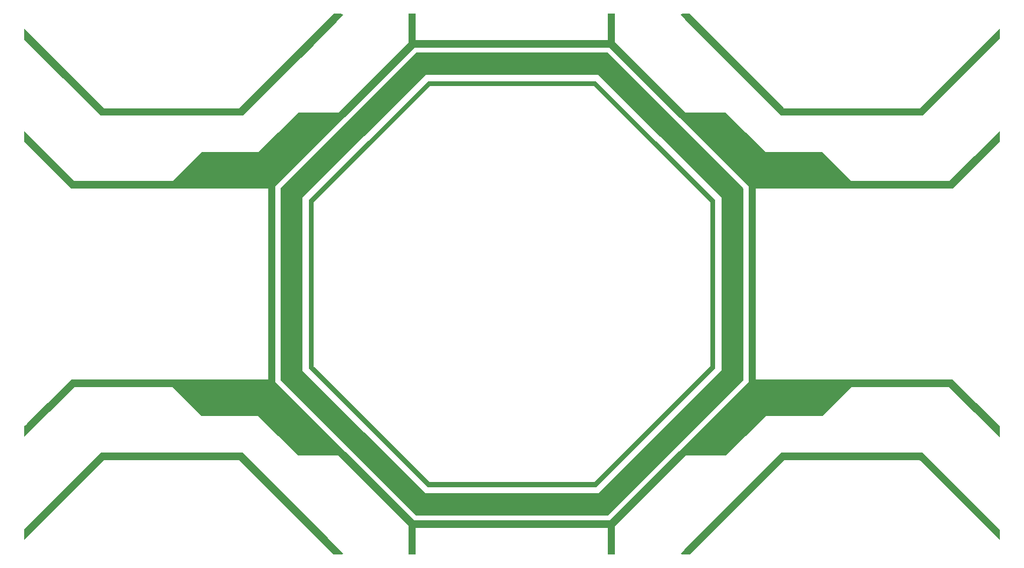
<source format=gto>
%TF.GenerationSoftware,KiCad,Pcbnew,(7.0.0)*%
%TF.CreationDate,2023-03-23T02:07:03-06:00*%
%TF.ProjectId,MainPlate,4d61696e-506c-4617-9465-2e6b69636164,rev?*%
%TF.SameCoordinates,Original*%
%TF.FileFunction,Legend,Top*%
%TF.FilePolarity,Positive*%
%FSLAX46Y46*%
G04 Gerber Fmt 4.6, Leading zero omitted, Abs format (unit mm)*
G04 Created by KiCad (PCBNEW (7.0.0)) date 2023-03-23 02:07:03*
%MOMM*%
%LPD*%
G01*
G04 APERTURE LIST*
%ADD10C,0.000000*%
G04 APERTURE END LIST*
%TO.C,G\u002A\u002A\u002A*%
G36*
X118333248Y-131567162D02*
G01*
X119303107Y-132538414D01*
X120229826Y-133469090D01*
X121106028Y-134351652D01*
X121924334Y-135178564D01*
X122677367Y-135942288D01*
X123357751Y-136635285D01*
X123958107Y-137250019D01*
X124471058Y-137778952D01*
X124889226Y-138214547D01*
X125205234Y-138549265D01*
X125411705Y-138775569D01*
X125501261Y-138885922D01*
X125504546Y-138894085D01*
X125481273Y-138975280D01*
X125387396Y-139022415D01*
X125186824Y-139044187D01*
X124860447Y-139049301D01*
X124216348Y-139049301D01*
X117422728Y-132255245D01*
X110629107Y-125461189D01*
X100948724Y-125461189D01*
X91268341Y-125461189D01*
X85517562Y-131211457D01*
X79766784Y-136961725D01*
X79766784Y-136162412D01*
X79766784Y-135363099D01*
X85251141Y-129879277D01*
X90735498Y-124395455D01*
X100948724Y-124395455D01*
X111161950Y-124395455D01*
X118333248Y-131567162D01*
G37*
G36*
X125197294Y-61345094D02*
G01*
X125392838Y-61367662D01*
X125483206Y-61415946D01*
X125504546Y-61495136D01*
X125442758Y-61578083D01*
X125262252Y-61778778D01*
X124970314Y-62089777D01*
X124574228Y-62503638D01*
X124081280Y-63012917D01*
X123498756Y-63610172D01*
X122833941Y-64287958D01*
X122094120Y-65038833D01*
X121286580Y-65855354D01*
X120418606Y-66730077D01*
X119497482Y-67655560D01*
X118530495Y-68624359D01*
X118332838Y-68822059D01*
X111161130Y-75993357D01*
X100947779Y-75993357D01*
X90734428Y-75993357D01*
X85250606Y-70508999D01*
X79766784Y-65024642D01*
X79766784Y-64225864D01*
X79766784Y-63427086D01*
X85517562Y-69177354D01*
X91268341Y-74927622D01*
X100948724Y-74927622D01*
X110629107Y-74927622D01*
X117422728Y-68133566D01*
X124216348Y-61339511D01*
X124860447Y-61339511D01*
X125197294Y-61345094D01*
G37*
G36*
X182077273Y-68133566D02*
G01*
X188870894Y-74927622D01*
X198595682Y-74927622D01*
X208320471Y-74927622D01*
X214071250Y-69177354D01*
X219822028Y-63427086D01*
X219822028Y-64181991D01*
X219822028Y-64936897D01*
X214293267Y-70465127D01*
X208764507Y-75993357D01*
X198595685Y-75993357D01*
X188426864Y-75993357D01*
X181211160Y-68777244D01*
X180269702Y-67834788D01*
X179364065Y-66926342D01*
X178502112Y-66059893D01*
X177691706Y-65243424D01*
X176940711Y-64484920D01*
X176256989Y-63792365D01*
X175648404Y-63173744D01*
X175122820Y-62637041D01*
X174688099Y-62190240D01*
X174352105Y-61841327D01*
X174122701Y-61598285D01*
X174007750Y-61469099D01*
X173995455Y-61450321D01*
X174060654Y-61386982D01*
X174267677Y-61351028D01*
X174633662Y-61339512D01*
X174639554Y-61339511D01*
X175283652Y-61339511D01*
X182077273Y-68133566D01*
G37*
G36*
X214293798Y-129924215D02*
G01*
X219822028Y-135452976D01*
X219822028Y-136207351D01*
X219822028Y-136961725D01*
X214071250Y-131211457D01*
X208320471Y-125461189D01*
X198595682Y-125461189D01*
X188870894Y-125461189D01*
X182077273Y-132255245D01*
X175283652Y-139049301D01*
X174639554Y-139049301D01*
X174272142Y-139038196D01*
X174063364Y-139002842D01*
X173995499Y-138940178D01*
X173995455Y-138938082D01*
X174057053Y-138861977D01*
X174236603Y-138668477D01*
X174526244Y-138365568D01*
X174918109Y-137961233D01*
X175404337Y-137463458D01*
X175977062Y-136880226D01*
X176628422Y-136219523D01*
X177350552Y-135489332D01*
X178135589Y-134697639D01*
X178975669Y-133852428D01*
X179862929Y-132961683D01*
X180789503Y-132033388D01*
X181211567Y-131611159D01*
X188427679Y-124395455D01*
X198596624Y-124395455D01*
X208765568Y-124395455D01*
X214293798Y-129924215D01*
G37*
G36*
X120619930Y-112005941D02*
G01*
X120619930Y-100194061D01*
X120619930Y-100194052D01*
X121330420Y-100194052D01*
X121330420Y-112005941D01*
X129656292Y-120332166D01*
X137982163Y-128658392D01*
X149794053Y-128658392D01*
X161605942Y-128658392D01*
X169932167Y-120332520D01*
X178258392Y-112006648D01*
X178258392Y-100194759D01*
X178258392Y-88382870D01*
X169932520Y-80056645D01*
X161606648Y-71730420D01*
X149794759Y-71730420D01*
X137982870Y-71730420D01*
X129656645Y-80056291D01*
X121330420Y-88382163D01*
X121330420Y-100194052D01*
X120619930Y-100194052D01*
X120619930Y-88115739D01*
X129168179Y-79567834D01*
X137716428Y-71019930D01*
X149794750Y-71019930D01*
X161873073Y-71019930D01*
X170420977Y-79568179D01*
X178968881Y-88116427D01*
X178968881Y-100194750D01*
X178968881Y-112273072D01*
X170420633Y-120820977D01*
X161872384Y-129368881D01*
X149794062Y-129368881D01*
X137715739Y-129368881D01*
X129167835Y-120820633D01*
X120619930Y-112272384D01*
X120619930Y-112005941D01*
G37*
G36*
X116534616Y-112627639D02*
G01*
X116534616Y-100194104D01*
X116534616Y-100194072D01*
X119731818Y-100194072D01*
X119731818Y-112627639D01*
X128546162Y-121442316D01*
X137360505Y-130256993D01*
X149794072Y-130256993D01*
X162227639Y-130256993D01*
X171042316Y-121442650D01*
X179856993Y-112628307D01*
X179856993Y-100194739D01*
X179856993Y-87761172D01*
X171042650Y-78946495D01*
X162228307Y-70131818D01*
X149794740Y-70131818D01*
X137361172Y-70131818D01*
X128546495Y-78946161D01*
X119731818Y-87760504D01*
X119731818Y-100194072D01*
X116534616Y-100194072D01*
X116534616Y-86428369D01*
X126281794Y-76681492D01*
X136028973Y-66934615D01*
X149794708Y-66934615D01*
X163560443Y-66934615D01*
X173307319Y-76681794D01*
X183054196Y-86428973D01*
X183054196Y-100194708D01*
X183054196Y-113960443D01*
X173307017Y-123707319D01*
X163559839Y-133454196D01*
X149794104Y-133454196D01*
X136028369Y-133454196D01*
X126281492Y-123707017D01*
X116534616Y-113959838D01*
X116534616Y-112627639D01*
G37*
G36*
X86162267Y-114226279D02*
G01*
X86472893Y-113915734D01*
X100615643Y-113915734D01*
X114758392Y-113915734D01*
X114758392Y-100194406D01*
X114758392Y-100194110D01*
X115824126Y-100194110D01*
X115824126Y-114226279D01*
X125793034Y-124195482D01*
X135761942Y-134164685D01*
X149794110Y-134164685D01*
X163826279Y-134164685D01*
X173795482Y-124195777D01*
X183764686Y-114226869D01*
X183764686Y-100194701D01*
X183764686Y-86162533D01*
X173795778Y-76193329D01*
X163826870Y-66224126D01*
X149794701Y-66224126D01*
X135762533Y-66224126D01*
X125793329Y-76193034D01*
X115824126Y-86161942D01*
X115824126Y-100194110D01*
X114758392Y-100194110D01*
X114758392Y-86473077D01*
X100614772Y-86473077D01*
X86471152Y-86473077D01*
X83118968Y-83120022D01*
X79766784Y-79766967D01*
X79766784Y-79013981D01*
X79766784Y-78260995D01*
X83343984Y-81834169D01*
X86921185Y-85407343D01*
X93979833Y-85407343D01*
X101038481Y-85407343D01*
X103124126Y-83320280D01*
X105209772Y-81233217D01*
X109296316Y-81233217D01*
X113382859Y-81233217D01*
X116223777Y-78391259D01*
X119064694Y-75549301D01*
X121951288Y-75549301D01*
X124837883Y-75549301D01*
X129878207Y-70509558D01*
X134918532Y-65469815D01*
X134918532Y-63404663D01*
X134918532Y-61339511D01*
X135451399Y-61339511D01*
X135984266Y-61339511D01*
X135984266Y-63248951D01*
X135984266Y-65158392D01*
X149750000Y-65158392D01*
X163515735Y-65158392D01*
X163515735Y-63248951D01*
X163515735Y-61339511D01*
X164048602Y-61339511D01*
X164581469Y-61339511D01*
X164581469Y-63360255D01*
X164581469Y-65380999D01*
X169666196Y-70465150D01*
X174750924Y-75549301D01*
X177637521Y-75549301D01*
X180524118Y-75549301D01*
X183365035Y-78391259D01*
X186205952Y-81233217D01*
X190292496Y-81233217D01*
X194379040Y-81233217D01*
X196464686Y-83320280D01*
X198550331Y-85407343D01*
X205566722Y-85407343D01*
X212583114Y-85407343D01*
X216202571Y-81788693D01*
X219822028Y-78170043D01*
X219822028Y-78969376D01*
X219822028Y-79768709D01*
X216468973Y-83120893D01*
X213115918Y-86473077D01*
X198973169Y-86473077D01*
X184830420Y-86473077D01*
X184830420Y-100194406D01*
X184830420Y-113915734D01*
X198974040Y-113915734D01*
X213117660Y-113915734D01*
X216469844Y-117268789D01*
X219822028Y-120621844D01*
X219822028Y-121420306D01*
X219822028Y-122218768D01*
X216202571Y-118600118D01*
X212583114Y-114981469D01*
X205566722Y-114981469D01*
X198550331Y-114981469D01*
X196464686Y-117068531D01*
X194379040Y-119155594D01*
X190292496Y-119155594D01*
X186205952Y-119155594D01*
X183365035Y-121997552D01*
X180524118Y-124839511D01*
X177636944Y-124839511D01*
X174749771Y-124839511D01*
X169665620Y-129924238D01*
X164581469Y-135008966D01*
X164581469Y-137029133D01*
X164581469Y-139049301D01*
X164048602Y-139049301D01*
X163515735Y-139049301D01*
X163515735Y-137139860D01*
X163515735Y-135230420D01*
X149750000Y-135230420D01*
X135984266Y-135230420D01*
X135984266Y-137139860D01*
X135984266Y-139049301D01*
X135451399Y-139049301D01*
X134918532Y-139049301D01*
X134918532Y-136984148D01*
X134918532Y-134918996D01*
X129878207Y-129879253D01*
X124837883Y-124839511D01*
X121951288Y-124839511D01*
X119064694Y-124839511D01*
X116223777Y-121997552D01*
X113382859Y-119155594D01*
X109296316Y-119155594D01*
X105209772Y-119155594D01*
X103124126Y-117068531D01*
X101038481Y-114981469D01*
X93979833Y-114981469D01*
X86921185Y-114981469D01*
X83343984Y-118554642D01*
X79766784Y-122127816D01*
X79766784Y-121373959D01*
X79766784Y-120620103D01*
X83119838Y-117267918D01*
X86162267Y-114226279D01*
G37*
%TD*%
%LPC*%
D10*
G36*
X132500944Y-96498227D02*
G01*
X132501844Y-96497354D01*
X132501844Y-96498280D01*
X133142162Y-96498254D01*
X132712982Y-96928493D01*
X132075600Y-96924471D01*
X132075600Y-96923571D01*
X132074727Y-96923571D01*
X132070706Y-96286216D01*
X132500892Y-95857036D01*
X132500944Y-96498227D01*
G37*
G36*
X131500000Y-96500000D02*
G01*
X131644673Y-96500000D01*
X131644673Y-97349841D01*
X131649357Y-97349841D01*
X131649357Y-97354524D01*
X132499198Y-97354524D01*
X132499198Y-97499172D01*
X132777328Y-97776879D01*
X131222319Y-97776879D01*
X131222319Y-96221870D01*
X131500000Y-96500000D01*
G37*
G36*
X133062999Y-95646877D02*
G01*
X133352322Y-95936199D01*
X133635240Y-95936199D01*
X133635240Y-96003880D01*
X133567268Y-96072036D01*
X132927162Y-96072036D01*
X132927162Y-95431956D01*
X132995319Y-95363931D01*
X133062999Y-95363931D01*
X133062999Y-95646877D01*
G37*
G36*
X163912729Y-97512904D02*
G01*
X166196109Y-94779706D01*
X170140622Y-94779706D01*
X165441382Y-100028693D01*
X168456784Y-105650402D01*
X164263776Y-105650402D01*
X162896753Y-102746360D01*
X160552200Y-105650402D01*
X156374750Y-105650402D01*
X161270361Y-100168475D01*
X158431302Y-94779706D01*
X162546658Y-94779706D01*
X163912729Y-97512904D01*
G37*
G36*
X144758217Y-99109823D02*
G01*
X149969504Y-99109823D01*
X148820921Y-105623890D01*
X143609608Y-105623890D01*
X143839329Y-104321082D01*
X145142154Y-104321082D01*
X147747769Y-104321082D01*
X148436955Y-100412630D01*
X145831340Y-100412630D01*
X145142154Y-104321082D01*
X143839329Y-104321082D01*
X144758217Y-99109823D01*
G37*
G36*
X136460117Y-95734480D02*
G01*
X136460117Y-95879128D01*
X135610249Y-95879128D01*
X135610249Y-95883812D01*
X135605592Y-95883812D01*
X135605592Y-96733653D01*
X135460918Y-96733653D01*
X135183237Y-97011783D01*
X135183237Y-95456774D01*
X136738247Y-95456774D01*
X136460117Y-95734480D01*
G37*
G36*
X148537711Y-96286216D02*
G01*
X148533688Y-96923598D01*
X148532815Y-96923598D01*
X148532815Y-96924497D01*
X147895407Y-96928519D01*
X147466254Y-96498306D01*
X148107417Y-96498254D01*
X148106546Y-96497354D01*
X148107471Y-96497354D01*
X148107471Y-95857036D01*
X148537711Y-96286216D01*
G37*
G36*
X134468095Y-97159103D02*
G01*
X134468095Y-97140292D01*
X134891428Y-97140292D01*
X134891428Y-97159103D01*
X135034674Y-97160585D01*
X135183237Y-97011810D01*
X135460918Y-96733681D01*
X135817284Y-96733681D01*
X136031624Y-96947463D01*
X136461836Y-97376644D01*
X136888054Y-97801750D01*
X136956237Y-97869721D01*
X137023918Y-97869721D01*
X137023918Y-97586776D01*
X137168566Y-97442128D01*
X137313240Y-97297480D01*
X137596185Y-97297480D01*
X137596185Y-97229800D01*
X137528160Y-97161617D01*
X137103081Y-96735373D01*
X136673900Y-96305161D01*
X136460090Y-96090821D01*
X136460090Y-95734480D01*
X136738220Y-95456774D01*
X136887022Y-95308184D01*
X136885593Y-95164939D01*
X136866754Y-95164939D01*
X135037399Y-95165018D01*
X135027720Y-95165212D01*
X135018489Y-95165782D01*
X135009695Y-95166712D01*
X135001329Y-95167985D01*
X134993379Y-95169584D01*
X134985835Y-95171493D01*
X134978686Y-95173694D01*
X134971921Y-95176171D01*
X134965531Y-95178907D01*
X134959503Y-95181886D01*
X134953829Y-95185090D01*
X134948496Y-95188504D01*
X134943495Y-95192109D01*
X134938815Y-95195891D01*
X134934445Y-95199830D01*
X134930375Y-95203912D01*
X134926302Y-95207983D01*
X134922369Y-95212353D01*
X134918594Y-95217033D01*
X134914993Y-95222034D01*
X134911583Y-95227366D01*
X134908380Y-95233041D01*
X134905403Y-95239068D01*
X134902667Y-95245459D01*
X134900189Y-95252223D01*
X134897987Y-95259372D01*
X134896078Y-95266916D01*
X134894478Y-95274866D01*
X134893204Y-95283233D01*
X134892273Y-95292026D01*
X134891702Y-95301257D01*
X134891508Y-95310937D01*
X134891428Y-97140292D01*
X134468095Y-97140292D01*
X134468095Y-94894190D01*
X134468275Y-94883779D01*
X134468806Y-94873840D01*
X134469671Y-94864363D01*
X134470857Y-94855337D01*
X134472348Y-94846750D01*
X134474128Y-94838591D01*
X134476184Y-94830849D01*
X134478500Y-94823513D01*
X134481061Y-94816573D01*
X134483851Y-94810016D01*
X134486857Y-94803832D01*
X134490062Y-94798010D01*
X134493452Y-94792538D01*
X134497012Y-94787407D01*
X134500727Y-94782603D01*
X134504581Y-94778117D01*
X134509067Y-94774263D01*
X134513870Y-94770548D01*
X134519000Y-94766989D01*
X134524470Y-94763598D01*
X134530291Y-94760393D01*
X134536473Y-94757388D01*
X134543028Y-94754597D01*
X134549967Y-94752036D01*
X134557302Y-94749721D01*
X134565043Y-94747665D01*
X134573202Y-94745884D01*
X134581789Y-94744394D01*
X134590817Y-94743208D01*
X134600296Y-94742342D01*
X134610238Y-94741812D01*
X134620653Y-94741632D01*
X137457199Y-94741632D01*
X137463015Y-94742149D01*
X137469691Y-94743073D01*
X137478350Y-94744689D01*
X137488596Y-94747182D01*
X137500032Y-94750737D01*
X137512262Y-94755542D01*
X137518551Y-94758470D01*
X137524889Y-94761780D01*
X137531228Y-94765495D01*
X137537517Y-94769638D01*
X137543708Y-94774232D01*
X137549750Y-94779301D01*
X137555594Y-94784868D01*
X137561191Y-94790956D01*
X137566490Y-94797588D01*
X137571443Y-94804787D01*
X137576000Y-94812577D01*
X137580111Y-94820981D01*
X137583726Y-94830021D01*
X137586797Y-94839722D01*
X137589273Y-94850107D01*
X137591105Y-94861197D01*
X137592244Y-94873018D01*
X137592639Y-94885592D01*
X137593115Y-95201927D01*
X136953326Y-95841690D01*
X138218537Y-97106874D01*
X138218537Y-97519518D01*
X137805920Y-97519518D01*
X137525964Y-97799474D01*
X137245982Y-98079456D01*
X137245982Y-98492074D01*
X136833364Y-98492074D01*
X135568180Y-97226836D01*
X134928391Y-97866625D01*
X134612108Y-97866122D01*
X134599529Y-97865733D01*
X134587704Y-97864601D01*
X134576609Y-97862776D01*
X134566221Y-97860305D01*
X134556516Y-97857240D01*
X134547472Y-97853630D01*
X134539066Y-97849524D01*
X134531273Y-97844972D01*
X134524071Y-97840023D01*
X134517437Y-97834727D01*
X134511347Y-97829134D01*
X134505778Y-97823293D01*
X134500707Y-97817253D01*
X134496111Y-97811065D01*
X134491966Y-97804778D01*
X134488250Y-97798441D01*
X134484939Y-97792105D01*
X134482010Y-97785817D01*
X134477204Y-97773590D01*
X134473647Y-97762156D01*
X134471153Y-97751911D01*
X134469537Y-97743253D01*
X134468612Y-97736577D01*
X134468095Y-97730761D01*
X134468095Y-97159103D01*
G37*
G36*
X147681253Y-95431956D02*
G01*
X147681253Y-96072036D01*
X147041173Y-96072036D01*
X146973123Y-96003880D01*
X146973123Y-95936199D01*
X147256096Y-95936199D01*
X147400743Y-95791578D01*
X147545418Y-95646903D01*
X147545418Y-95363958D01*
X147613097Y-95363958D01*
X147681253Y-95431956D01*
G37*
G36*
X145425204Y-97011783D02*
G01*
X145147499Y-96733653D01*
X145002824Y-96733653D01*
X145002824Y-95883812D01*
X144998141Y-95883812D01*
X144998141Y-95879155D01*
X144148299Y-95879155D01*
X144148299Y-95734480D01*
X143870169Y-95456774D01*
X145425204Y-95456774D01*
X145425204Y-97011783D01*
G37*
G36*
X138429013Y-97503168D02*
G01*
X138429013Y-95730486D01*
X138861130Y-95730486D01*
X138861130Y-97503168D01*
X139417866Y-98059904D01*
X141190549Y-98059904D01*
X141747259Y-97503168D01*
X141747259Y-95730486D01*
X141190549Y-95173776D01*
X139417866Y-95173776D01*
X138861130Y-95730486D01*
X138429013Y-95730486D01*
X138429013Y-95465056D01*
X139152437Y-94741632D01*
X141455978Y-94741632D01*
X142179402Y-95465057D01*
X142179402Y-97768598D01*
X141455978Y-98492022D01*
X139152437Y-98492022D01*
X138429013Y-97768598D01*
X138429013Y-97503168D01*
G37*
G36*
X130507151Y-96093361D02*
G01*
X130507151Y-96074522D01*
X130930484Y-96074522D01*
X130930484Y-96093361D01*
X130930564Y-97922717D01*
X130930758Y-97932396D01*
X130931328Y-97941627D01*
X130932258Y-97950420D01*
X130933531Y-97958787D01*
X130935130Y-97966737D01*
X130937038Y-97974281D01*
X130939239Y-97981430D01*
X130941716Y-97988195D01*
X130944452Y-97994585D01*
X130947431Y-98000612D01*
X130950636Y-98006287D01*
X130954049Y-98011620D01*
X130957655Y-98016621D01*
X130961436Y-98021301D01*
X130965376Y-98025671D01*
X130969458Y-98029741D01*
X130973528Y-98033818D01*
X130977898Y-98037754D01*
X130982578Y-98041532D01*
X130987579Y-98045134D01*
X130992912Y-98048545D01*
X130998586Y-98051747D01*
X131004613Y-98054724D01*
X131011004Y-98057459D01*
X131017768Y-98059935D01*
X131024917Y-98062135D01*
X131032462Y-98064043D01*
X131040412Y-98065642D01*
X131048778Y-98066914D01*
X131057571Y-98067844D01*
X131066802Y-98068414D01*
X131076482Y-98068608D01*
X132905837Y-98068687D01*
X132924649Y-98068687D01*
X132926104Y-97925442D01*
X132777329Y-97776878D01*
X132499199Y-97499171D01*
X132499199Y-97142805D01*
X132712982Y-96928465D01*
X133142163Y-96498252D01*
X133567268Y-96072035D01*
X133635240Y-96003852D01*
X133635240Y-95936171D01*
X133352322Y-95936171D01*
X133207648Y-95791523D01*
X133063000Y-95646849D01*
X133063000Y-95363904D01*
X132995319Y-95363904D01*
X132927135Y-95431929D01*
X132500892Y-95857008D01*
X132070706Y-96286189D01*
X131856367Y-96499999D01*
X131500026Y-96499999D01*
X131222319Y-96221869D01*
X131073729Y-96073094D01*
X130930484Y-96074522D01*
X130507151Y-96074522D01*
X130507151Y-95502917D01*
X130507668Y-95497100D01*
X130508594Y-95490423D01*
X130510211Y-95481762D01*
X130512705Y-95471515D01*
X130516262Y-95460077D01*
X130521067Y-95447846D01*
X130523995Y-95441556D01*
X130527305Y-95435217D01*
X130531020Y-95428878D01*
X130535163Y-95422588D01*
X130539757Y-95416397D01*
X130544826Y-95410355D01*
X130550391Y-95404511D01*
X130556478Y-95398914D01*
X130563109Y-95393615D01*
X130570306Y-95388662D01*
X130578094Y-95384106D01*
X130586495Y-95379996D01*
X130595533Y-95376382D01*
X130605231Y-95373313D01*
X130615612Y-95370838D01*
X130626699Y-95369008D01*
X130638515Y-95367871D01*
X130651084Y-95367478D01*
X130967420Y-95366975D01*
X131607183Y-96006764D01*
X132872341Y-94741553D01*
X133284959Y-94741553D01*
X133284959Y-95154171D01*
X133564941Y-95434126D01*
X133844923Y-95714135D01*
X134257541Y-95714135D01*
X134257541Y-96126727D01*
X132992329Y-97391937D01*
X133632118Y-98031699D01*
X133631615Y-98348009D01*
X133631227Y-98360585D01*
X133630095Y-98372408D01*
X133628269Y-98383501D01*
X133625799Y-98393888D01*
X133622734Y-98403591D01*
X133619124Y-98412634D01*
X133615018Y-98421040D01*
X133610465Y-98428833D01*
X133605516Y-98436034D01*
X133600221Y-98442668D01*
X133594627Y-98448758D01*
X133588786Y-98454327D01*
X133582747Y-98459398D01*
X133576559Y-98463995D01*
X133570272Y-98468140D01*
X133563935Y-98471857D01*
X133557598Y-98475169D01*
X133551311Y-98478099D01*
X133539084Y-98482906D01*
X133527649Y-98486465D01*
X133517405Y-98488960D01*
X133508746Y-98490578D01*
X133502071Y-98491503D01*
X133496255Y-98492021D01*
X130659683Y-98492021D01*
X130649272Y-98491841D01*
X130639333Y-98491311D01*
X130629856Y-98490445D01*
X130620830Y-98489260D01*
X130612243Y-98487770D01*
X130604085Y-98485989D01*
X130596344Y-98483935D01*
X130589009Y-98481620D01*
X130582070Y-98479060D01*
X130575515Y-98476272D01*
X130569333Y-98473268D01*
X130563514Y-98470065D01*
X130558045Y-98466678D01*
X130552917Y-98463122D01*
X130548118Y-98459411D01*
X130543637Y-98455562D01*
X130539782Y-98451076D01*
X130536068Y-98446273D01*
X130532508Y-98441141D01*
X130529118Y-98435669D01*
X130525912Y-98429846D01*
X130522907Y-98423662D01*
X130520116Y-98417104D01*
X130517555Y-98410163D01*
X130515240Y-98402826D01*
X130513184Y-98395082D01*
X130511403Y-98386921D01*
X130509912Y-98378331D01*
X130508727Y-98369301D01*
X130507861Y-98359821D01*
X130507331Y-98349878D01*
X130507151Y-98339462D01*
X130507151Y-96093361D01*
G37*
G36*
X154008182Y-102808486D02*
G01*
X158915539Y-102808486D01*
X158414447Y-105650402D01*
X149842079Y-105650402D01*
X151758881Y-94779678D01*
X155423862Y-94779678D01*
X154008182Y-102808486D01*
G37*
G36*
X161731353Y-95086929D02*
G01*
X161734035Y-95087209D01*
X161736358Y-95087661D01*
X161738337Y-95088272D01*
X161739986Y-95089031D01*
X161741317Y-95089924D01*
X161742345Y-95090940D01*
X161743084Y-95092067D01*
X161743546Y-95093292D01*
X161743747Y-95094602D01*
X161743699Y-95095986D01*
X161743417Y-95097432D01*
X161742913Y-95098926D01*
X161742203Y-95100457D01*
X161741299Y-95102013D01*
X161740215Y-95103581D01*
X161738966Y-95105149D01*
X161737564Y-95106705D01*
X161736024Y-95108236D01*
X161734359Y-95109731D01*
X161732583Y-95111176D01*
X161730709Y-95112560D01*
X161728752Y-95113871D01*
X161726726Y-95115096D01*
X161724643Y-95116222D01*
X161722518Y-95117238D01*
X161720364Y-95118132D01*
X161718195Y-95118890D01*
X161716025Y-95119501D01*
X161713868Y-95119953D01*
X161711737Y-95120233D01*
X161709647Y-95120329D01*
X161706593Y-95120233D01*
X161703911Y-95119953D01*
X161701587Y-95119502D01*
X161699608Y-95118891D01*
X161697960Y-95118133D01*
X161696629Y-95117240D01*
X161695601Y-95116225D01*
X161694862Y-95115099D01*
X161694400Y-95113875D01*
X161694199Y-95112566D01*
X161694247Y-95111183D01*
X161694530Y-95109738D01*
X161695033Y-95108244D01*
X161695744Y-95106714D01*
X161696648Y-95105159D01*
X161697731Y-95103591D01*
X161698981Y-95102024D01*
X161700383Y-95100468D01*
X161701923Y-95098938D01*
X161703588Y-95097443D01*
X161705364Y-95095998D01*
X161707238Y-95094614D01*
X161709194Y-95093303D01*
X161711221Y-95092078D01*
X161713304Y-95090951D01*
X161715429Y-95089934D01*
X161717583Y-95089040D01*
X161719751Y-95088280D01*
X161721921Y-95087667D01*
X161724078Y-95087214D01*
X161726208Y-95086932D01*
X161728299Y-95086833D01*
X161731353Y-95086929D01*
G37*
G36*
X142389929Y-97106900D02*
G01*
X143655167Y-95841715D01*
X143015379Y-95201953D01*
X143015855Y-94885645D01*
X143016244Y-94873068D01*
X143017376Y-94861245D01*
X143019201Y-94850152D01*
X143021672Y-94839765D01*
X143024737Y-94830062D01*
X143028347Y-94821019D01*
X143032453Y-94812613D01*
X143037006Y-94804820D01*
X143041955Y-94797619D01*
X143047250Y-94790985D01*
X143052844Y-94784895D01*
X143058685Y-94779326D01*
X143064724Y-94774255D01*
X143070912Y-94769658D01*
X143077200Y-94765513D01*
X143083536Y-94761796D01*
X143089873Y-94758484D01*
X143096161Y-94755554D01*
X143108388Y-94750747D01*
X143119823Y-94747189D01*
X143130067Y-94744693D01*
X143138726Y-94743076D01*
X143145401Y-94742150D01*
X143151218Y-94741632D01*
X145987788Y-94741632D01*
X145998200Y-94741812D01*
X146008138Y-94742342D01*
X146017615Y-94743208D01*
X146026642Y-94744394D01*
X146035229Y-94745884D01*
X146043388Y-94747665D01*
X146051130Y-94749721D01*
X146058466Y-94752036D01*
X146065406Y-94754597D01*
X146071963Y-94757388D01*
X146078147Y-94760393D01*
X146083969Y-94763598D01*
X146089441Y-94766989D01*
X146094573Y-94770548D01*
X146099376Y-94774263D01*
X146103862Y-94778117D01*
X146107712Y-94782603D01*
X146111422Y-94787407D01*
X146114978Y-94792539D01*
X146118366Y-94798010D01*
X146121568Y-94803833D01*
X146124572Y-94810017D01*
X146127361Y-94816575D01*
X146129920Y-94823517D01*
X146132235Y-94830854D01*
X146134290Y-94838597D01*
X146136070Y-94846758D01*
X146137560Y-94855348D01*
X146138746Y-94864378D01*
X146139611Y-94873858D01*
X146140141Y-94883801D01*
X146140321Y-94894217D01*
X146140321Y-97730762D01*
X146139805Y-97736578D01*
X146138881Y-97743254D01*
X146137265Y-97751913D01*
X146134773Y-97762158D01*
X146131218Y-97773593D01*
X146126415Y-97785822D01*
X146123488Y-97792111D01*
X146120179Y-97798449D01*
X146116465Y-97804787D01*
X146112323Y-97811075D01*
X146107730Y-97817265D01*
X146102663Y-97823306D01*
X146097098Y-97829149D01*
X146091012Y-97834745D01*
X146084382Y-97840043D01*
X146077186Y-97844994D01*
X146069398Y-97849549D01*
X146060997Y-97853658D01*
X146051960Y-97857272D01*
X146042262Y-97860341D01*
X146031881Y-97862815D01*
X146020794Y-97864645D01*
X146008977Y-97865781D01*
X145996408Y-97866174D01*
X145680098Y-97866651D01*
X145040311Y-97226862D01*
X143775127Y-98492073D01*
X143362509Y-98492073D01*
X143362509Y-98079455D01*
X143082527Y-97799500D01*
X142802547Y-97519518D01*
X142389929Y-97519518D01*
X142389929Y-97297482D01*
X142389929Y-97229801D01*
X143012176Y-97229801D01*
X143012176Y-97297482D01*
X143295123Y-97297482D01*
X143439798Y-97442130D01*
X143584419Y-97586803D01*
X143584419Y-97869749D01*
X143652100Y-97869749D01*
X143720309Y-97801724D01*
X144146551Y-97376644D01*
X144576765Y-96947463D01*
X144791104Y-96733654D01*
X145147472Y-96733654D01*
X145425177Y-97011784D01*
X145573767Y-97160558D01*
X145716959Y-97159132D01*
X145716959Y-97140293D01*
X145716879Y-95310964D01*
X145716685Y-95301280D01*
X145716115Y-95292046D01*
X145715185Y-95283250D01*
X145713913Y-95274882D01*
X145712314Y-95266931D01*
X145710405Y-95259387D01*
X145708204Y-95252238D01*
X145705727Y-95245473D01*
X145702991Y-95239083D01*
X145700012Y-95233055D01*
X145696808Y-95227380D01*
X145693395Y-95222047D01*
X145689789Y-95217044D01*
X145686008Y-95212362D01*
X145682068Y-95207989D01*
X145677986Y-95203914D01*
X145673916Y-95199841D01*
X145669546Y-95195909D01*
X145664866Y-95192133D01*
X145659865Y-95188532D01*
X145654533Y-95185122D01*
X145648858Y-95181919D01*
X145642831Y-95178942D01*
X145636441Y-95176206D01*
X145629676Y-95173728D01*
X145622527Y-95171526D01*
X145614983Y-95169617D01*
X145607033Y-95168017D01*
X145598667Y-95166743D01*
X145589873Y-95165812D01*
X145580642Y-95165241D01*
X145570962Y-95165047D01*
X143741608Y-95164967D01*
X143722795Y-95164967D01*
X143721313Y-95308213D01*
X143870088Y-95456776D01*
X144148219Y-95734483D01*
X144148219Y-96090823D01*
X143934434Y-96305189D01*
X143505254Y-96735427D01*
X143080148Y-97161645D01*
X143012176Y-97229801D01*
X142389929Y-97229801D01*
X142389929Y-97106900D01*
G37*
G36*
X137596184Y-97229800D02*
G01*
X137596184Y-97297480D01*
X137313238Y-97297480D01*
X137168565Y-97442128D01*
X137023917Y-97586775D01*
X137023917Y-97869720D01*
X136956237Y-97869720D01*
X136888053Y-97801723D01*
X136888053Y-97161643D01*
X137528160Y-97161643D01*
X137596184Y-97229800D01*
G37*
G36*
X130535117Y-99109823D02*
G01*
X135746403Y-99109823D01*
X135057243Y-103018275D01*
X131148765Y-103018275D01*
X130689316Y-105623890D01*
X129386508Y-105623890D01*
X130075675Y-101715440D01*
X131378503Y-101715440D01*
X133984119Y-101715440D01*
X134213831Y-100412632D01*
X131608214Y-100412632D01*
X131378503Y-101715440D01*
X130075675Y-101715440D01*
X130535117Y-99109823D01*
G37*
G36*
X143720309Y-97801697D02*
G01*
X143652153Y-97869747D01*
X143584473Y-97869747D01*
X143584473Y-97586802D01*
X143439851Y-97442128D01*
X143295177Y-97297453D01*
X143012231Y-97297453D01*
X143012231Y-97229800D01*
X143080229Y-97161643D01*
X143720309Y-97161643D01*
X143720309Y-97801697D01*
G37*
G36*
X143695941Y-100412630D02*
G01*
X139787463Y-100412630D01*
X139098303Y-104321082D01*
X143006779Y-104321082D01*
X142777069Y-105623890D01*
X137565784Y-105623890D01*
X138714392Y-99109823D01*
X143925679Y-99109823D01*
X143695941Y-100412630D01*
G37*
G36*
X144571898Y-96309182D02*
G01*
X144571898Y-96310055D01*
X144572769Y-96310055D01*
X144576793Y-96947462D01*
X144146579Y-97376617D01*
X144146526Y-96735426D01*
X144145654Y-96736326D01*
X144145654Y-96735400D01*
X143505334Y-96735426D01*
X143934515Y-96305187D01*
X144571898Y-96309182D01*
G37*
G36*
X146350796Y-96003879D02*
G01*
X146350796Y-95936198D01*
X146973151Y-95936198D01*
X146973151Y-96003879D01*
X147041174Y-96072089D01*
X147466254Y-96498306D01*
X147895435Y-96928519D01*
X148109244Y-97142831D01*
X148109244Y-97499198D01*
X147831114Y-97776905D01*
X147682312Y-97925495D01*
X147683743Y-98068713D01*
X147702556Y-98068713D01*
X149531885Y-98068634D01*
X149541569Y-98068440D01*
X149550804Y-98067870D01*
X149559601Y-98066940D01*
X149567971Y-98065667D01*
X149575924Y-98064068D01*
X149583470Y-98062160D01*
X149590621Y-98059959D01*
X149597386Y-98057482D01*
X149603778Y-98054745D01*
X149609806Y-98051767D01*
X149615481Y-98048562D01*
X149620814Y-98045149D01*
X149625815Y-98041543D01*
X149630495Y-98037762D01*
X149634865Y-98033822D01*
X149638936Y-98029740D01*
X149643009Y-98025670D01*
X149646941Y-98021300D01*
X149650716Y-98016619D01*
X149654318Y-98011618D01*
X149657728Y-98006286D01*
X149660930Y-98000611D01*
X149663908Y-97994584D01*
X149666644Y-97988194D01*
X149669121Y-97981429D01*
X149671323Y-97974280D01*
X149673233Y-97966736D01*
X149674833Y-97958786D01*
X149676107Y-97950420D01*
X149677038Y-97941626D01*
X149677609Y-97932395D01*
X149677803Y-97922716D01*
X149677882Y-96093360D01*
X149677882Y-96074548D01*
X149534663Y-96073093D01*
X149386072Y-96221868D01*
X149108392Y-96499998D01*
X148752025Y-96499998D01*
X148537686Y-96286215D01*
X148107472Y-95857034D01*
X147681256Y-95431929D01*
X147613100Y-95363957D01*
X147545419Y-95363957D01*
X147545419Y-95646902D01*
X147400772Y-95791576D01*
X147256097Y-95936198D01*
X146973151Y-95936198D01*
X146350796Y-95936198D01*
X146350796Y-95714214D01*
X146763414Y-95714214D01*
X147043370Y-95434232D01*
X147323378Y-95154250D01*
X147323378Y-94741632D01*
X147735969Y-94741632D01*
X149001154Y-96006869D01*
X149640916Y-95367081D01*
X149957226Y-95367557D01*
X149969803Y-95367945D01*
X149981626Y-95369077D01*
X149992719Y-95370903D01*
X150003105Y-95373373D01*
X150012809Y-95376438D01*
X150021852Y-95380049D01*
X150030258Y-95384155D01*
X150038050Y-95388707D01*
X150045251Y-95393656D01*
X150051885Y-95398951D01*
X150057975Y-95404545D01*
X150063544Y-95410386D01*
X150068615Y-95416425D01*
X150073212Y-95422613D01*
X150077357Y-95428900D01*
X150081074Y-95435237D01*
X150084386Y-95441574D01*
X150087316Y-95447861D01*
X150092123Y-95460088D01*
X150095682Y-95471523D01*
X150098177Y-95481767D01*
X150099795Y-95490426D01*
X150100721Y-95497101D01*
X150101239Y-95502917D01*
X150101239Y-98339489D01*
X150101059Y-98349905D01*
X150100529Y-98359848D01*
X150099663Y-98369328D01*
X150098478Y-98378358D01*
X150096987Y-98386948D01*
X150095207Y-98395109D01*
X150093152Y-98402852D01*
X150090838Y-98410189D01*
X150088278Y-98417131D01*
X150085489Y-98423689D01*
X150082486Y-98429873D01*
X150079283Y-98435696D01*
X150075896Y-98441167D01*
X150072340Y-98446299D01*
X150068629Y-98451103D01*
X150064780Y-98455589D01*
X150060294Y-98459438D01*
X150055490Y-98463149D01*
X150050358Y-98466705D01*
X150044886Y-98470092D01*
X150039064Y-98473295D01*
X150032879Y-98476298D01*
X150026322Y-98479087D01*
X150019380Y-98481647D01*
X150012043Y-98483961D01*
X150004300Y-98486016D01*
X149996138Y-98487796D01*
X149987549Y-98489287D01*
X149978519Y-98490472D01*
X149969039Y-98491337D01*
X149959096Y-98491868D01*
X149948680Y-98492048D01*
X147112135Y-98492048D01*
X147106318Y-98491530D01*
X147099641Y-98490605D01*
X147090980Y-98488988D01*
X147080733Y-98486493D01*
X147069295Y-98482937D01*
X147057063Y-98478132D01*
X147050774Y-98475203D01*
X147044434Y-98471893D01*
X147038095Y-98468178D01*
X147031805Y-98464035D01*
X147025614Y-98459441D01*
X147019572Y-98454373D01*
X147013727Y-98448807D01*
X147008131Y-98442720D01*
X147002831Y-98436089D01*
X146997879Y-98428892D01*
X146993323Y-98421104D01*
X146989213Y-98412703D01*
X146985598Y-98403665D01*
X146982529Y-98393967D01*
X146980054Y-98383586D01*
X146978224Y-98372499D01*
X146977087Y-98360682D01*
X146976694Y-98348113D01*
X146976192Y-98031778D01*
X147615982Y-97392016D01*
X146350796Y-96126831D01*
X146350796Y-96003879D01*
G37*
G36*
X136733192Y-105623890D02*
G01*
X135430385Y-105623890D01*
X136578993Y-99109823D01*
X137881802Y-99109823D01*
X136733192Y-105623890D01*
G37*
G36*
X141315088Y-95995942D02*
G01*
X141315088Y-97237737D01*
X140925091Y-97627733D01*
X139683298Y-97627733D01*
X139293301Y-97237737D01*
X139293301Y-95995942D01*
X139683298Y-95605920D01*
X140925091Y-95605920D01*
X141315088Y-95995942D01*
G37*
G36*
X149386096Y-97776905D02*
G01*
X147831088Y-97776905D01*
X148109216Y-97499198D01*
X148109216Y-97354551D01*
X148959059Y-97354551D01*
X148959059Y-97349841D01*
X148963742Y-97349841D01*
X148963742Y-96500000D01*
X149108417Y-96500000D01*
X149386096Y-96221870D01*
X149386096Y-97776905D01*
G37*
G36*
X137103054Y-96735373D02*
G01*
X136461889Y-96735426D01*
X136462762Y-96736299D01*
X136461836Y-96736299D01*
X136461862Y-97376617D01*
X136031624Y-96947437D01*
X136035646Y-96310055D01*
X136036519Y-96310055D01*
X136036519Y-96309182D01*
X136673900Y-96305161D01*
X137103054Y-96735373D01*
G37*
%TO.C,G\u002A\u002A\u002A*%
G36*
X79871947Y-109821561D02*
G01*
X79938811Y-109930420D01*
X80057197Y-110231459D01*
X80020784Y-110458000D01*
X79938811Y-110552098D01*
X79862263Y-110593880D01*
X79822630Y-110535183D01*
X79809080Y-110345478D01*
X79808742Y-110185525D01*
X79813424Y-109917136D01*
X79830598Y-109803453D01*
X79871947Y-109821561D01*
G37*
G36*
X79983217Y-119699650D02*
G01*
X80121353Y-120002393D01*
X80140529Y-120219637D01*
X80040744Y-120397788D01*
X79983217Y-120454545D01*
X79890105Y-120531556D01*
X79837300Y-120531804D01*
X79813777Y-120426602D01*
X79808511Y-120187263D01*
X79809317Y-120002051D01*
X79813040Y-119388811D01*
X79983217Y-119699650D01*
G37*
G36*
X219764636Y-119855070D02*
G01*
X219764565Y-120167531D01*
X219757540Y-120396387D01*
X219745037Y-120497492D01*
X219743104Y-120498951D01*
X219669576Y-120441063D01*
X219532741Y-120301591D01*
X219530473Y-120299126D01*
X219346767Y-120099301D01*
X219552006Y-119655245D01*
X219757244Y-119211189D01*
X219764636Y-119855070D01*
G37*
G36*
X133135850Y-119787598D02*
G01*
X139265161Y-125916434D01*
X147946217Y-125916434D01*
X156627273Y-125916434D01*
X156627273Y-126982168D01*
X156627273Y-128047902D01*
X147501694Y-128047902D01*
X138376114Y-128047902D01*
X131938630Y-121609959D01*
X125501146Y-115172015D01*
X126253842Y-114415389D01*
X127006538Y-113658762D01*
X133135850Y-119787598D01*
G37*
G36*
X167550847Y-78979518D02*
G01*
X173988996Y-85418127D01*
X173234095Y-86173028D01*
X172479195Y-86927929D01*
X166351902Y-80800153D01*
X160224609Y-74672378D01*
X151543074Y-74672378D01*
X142861539Y-74672378D01*
X142861539Y-73606643D01*
X142861539Y-72540909D01*
X151987118Y-72540909D01*
X161112697Y-72540909D01*
X167550847Y-78979518D01*
G37*
G36*
X219768103Y-110174650D02*
G01*
X219766160Y-110487125D01*
X219757403Y-110715983D01*
X219743648Y-110817076D01*
X219741608Y-110818531D01*
X219684380Y-110748725D01*
X219580948Y-110575835D01*
X219553046Y-110524880D01*
X219460152Y-110333111D01*
X219445105Y-110189518D01*
X219511221Y-110013521D01*
X219579541Y-109880999D01*
X219764178Y-109530769D01*
X219768103Y-110174650D01*
G37*
G36*
X219772028Y-97575267D02*
G01*
X219760270Y-98045712D01*
X219719179Y-98398367D01*
X219640035Y-98691866D01*
X219585311Y-98830480D01*
X219398593Y-99264517D01*
X219589261Y-99532285D01*
X219694690Y-99713893D01*
X219747823Y-99918895D01*
X219759965Y-100207785D01*
X219753776Y-100412559D01*
X219727623Y-101025065D01*
X219130824Y-100159715D01*
X218534025Y-99294365D01*
X219153027Y-98024228D01*
X219772028Y-96754092D01*
X219772028Y-97575267D01*
G37*
G36*
X80383604Y-98113304D02*
G01*
X80961614Y-99285171D01*
X80418304Y-100078425D01*
X80194910Y-100400208D01*
X80009353Y-100659262D01*
X79883507Y-100825568D01*
X79840295Y-100871678D01*
X79822943Y-100790486D01*
X79810500Y-100577351D01*
X79805598Y-100277943D01*
X79805595Y-100269761D01*
X79832617Y-99815472D01*
X79914918Y-99520055D01*
X79946780Y-99466274D01*
X80029916Y-99321103D01*
X80037555Y-99180663D01*
X79969698Y-98969802D01*
X79946780Y-98911849D01*
X79854325Y-98538831D01*
X79809694Y-98007618D01*
X79805595Y-97750215D01*
X79805595Y-96941437D01*
X80383604Y-98113304D01*
G37*
G36*
X219765403Y-84865679D02*
G01*
X219763863Y-85268968D01*
X219742250Y-85558986D01*
X219686685Y-85799972D01*
X219583293Y-86056171D01*
X219448859Y-86331063D01*
X219240586Y-86753321D01*
X219014733Y-87224536D01*
X218834915Y-87610726D01*
X218544139Y-88248724D01*
X219162016Y-89140641D01*
X219779894Y-90032557D01*
X219753758Y-90645868D01*
X219727623Y-91259179D01*
X218750700Y-89826442D01*
X218445324Y-89368655D01*
X218181460Y-88953970D01*
X217974113Y-88607515D01*
X217838288Y-88354421D01*
X217788991Y-88219817D01*
X217789110Y-88216084D01*
X217831220Y-88089704D01*
X217941529Y-87828103D01*
X218109167Y-87455111D01*
X218323264Y-86994558D01*
X218572949Y-86470277D01*
X218781610Y-86040210D01*
X219758777Y-84041958D01*
X219765403Y-84865679D01*
G37*
G36*
X185002448Y-66590559D02*
G01*
X190152923Y-71741608D01*
X198546154Y-71741608D01*
X206939386Y-71741608D01*
X212089860Y-66590559D01*
X217240335Y-61439511D01*
X218506182Y-61439511D01*
X219772028Y-61439511D01*
X219772028Y-61683988D01*
X219755898Y-61741931D01*
X219702880Y-61831875D01*
X219606040Y-61961041D01*
X219458438Y-62136650D01*
X219253137Y-62365922D01*
X218983201Y-62656078D01*
X218641691Y-63014339D01*
X218221671Y-63447925D01*
X217716203Y-63964058D01*
X217118350Y-64569959D01*
X216421174Y-65272847D01*
X215617738Y-66079943D01*
X214701105Y-66998469D01*
X213799231Y-67900771D01*
X207826434Y-73873077D01*
X198545671Y-73873077D01*
X189264909Y-73873077D01*
X183048602Y-67656294D01*
X176832294Y-61439511D01*
X178342134Y-61439511D01*
X179851973Y-61439511D01*
X185002448Y-66590559D01*
G37*
G36*
X213799723Y-132688532D02*
G01*
X214821510Y-133711068D01*
X215724016Y-134615831D01*
X216514168Y-135410031D01*
X217198894Y-136100881D01*
X217785120Y-136695589D01*
X218279775Y-137201369D01*
X218689785Y-137625430D01*
X219022079Y-137974983D01*
X219283582Y-138257240D01*
X219481224Y-138479412D01*
X219621930Y-138648709D01*
X219712630Y-138772342D01*
X219760249Y-138857522D01*
X219772028Y-138905315D01*
X219772028Y-139149301D01*
X218506182Y-139149301D01*
X217240335Y-139149301D01*
X212089860Y-133998252D01*
X206939386Y-128847203D01*
X198546154Y-128847203D01*
X190152923Y-128847203D01*
X185002448Y-133998252D01*
X179851973Y-139149301D01*
X178342134Y-139149301D01*
X176832294Y-139149301D01*
X183048602Y-132932517D01*
X189264909Y-126715734D01*
X198546163Y-126715734D01*
X207827417Y-126715734D01*
X213799723Y-132688532D01*
G37*
G36*
X87398951Y-66590559D02*
G01*
X92549426Y-71741608D01*
X100898252Y-71741608D01*
X109247078Y-71741608D01*
X114397553Y-66590559D01*
X119548027Y-61439511D01*
X121102272Y-61439511D01*
X122656518Y-61439511D01*
X116440210Y-67656294D01*
X110223903Y-73873077D01*
X100898241Y-73873077D01*
X91572580Y-73873077D01*
X85644682Y-67944683D01*
X84643415Y-66942949D01*
X83760690Y-66058761D01*
X82989133Y-65284384D01*
X82321369Y-64612085D01*
X81750025Y-64034130D01*
X81267725Y-63542787D01*
X80867096Y-63130320D01*
X80540763Y-62788997D01*
X80281352Y-62511084D01*
X80081489Y-62288847D01*
X79933799Y-62114553D01*
X79830909Y-61980468D01*
X79765444Y-61878858D01*
X79730030Y-61801990D01*
X79717292Y-61742130D01*
X79716784Y-61727900D01*
X79716784Y-61439511D01*
X80982630Y-61439511D01*
X82248477Y-61439511D01*
X87398951Y-66590559D01*
G37*
G36*
X116440210Y-132932517D02*
G01*
X122656518Y-139149301D01*
X121102272Y-139149301D01*
X119548027Y-139149301D01*
X114397553Y-133998252D01*
X109247078Y-128847203D01*
X100898252Y-128847203D01*
X92549426Y-128847203D01*
X87398951Y-133998252D01*
X82248477Y-139149301D01*
X80982630Y-139149301D01*
X79716784Y-139149301D01*
X79716784Y-138860416D01*
X79724602Y-138803808D01*
X79752976Y-138732423D01*
X79809283Y-138638525D01*
X79900898Y-138514379D01*
X80035200Y-138352248D01*
X80219565Y-138144397D01*
X80461370Y-137883090D01*
X80767993Y-137560592D01*
X81146809Y-137169165D01*
X81605196Y-136701075D01*
X82150532Y-136148586D01*
X82790192Y-135503961D01*
X83531555Y-134759466D01*
X84381996Y-133907364D01*
X85348893Y-132939919D01*
X85645177Y-132643633D01*
X91573571Y-126715734D01*
X100898737Y-126715734D01*
X110223903Y-126715734D01*
X116440210Y-132932517D01*
G37*
G36*
X80789143Y-86207775D02*
G01*
X81055697Y-86756894D01*
X81294263Y-87253984D01*
X81494284Y-87676586D01*
X81645203Y-88002240D01*
X81736464Y-88208487D01*
X81759441Y-88272003D01*
X81712010Y-88361362D01*
X81582473Y-88568291D01*
X81389962Y-88864414D01*
X81153610Y-89221356D01*
X80892549Y-89610739D01*
X80625912Y-90004187D01*
X80372831Y-90373324D01*
X80152438Y-90689774D01*
X79983866Y-90925161D01*
X79886249Y-91051108D01*
X79883967Y-91053601D01*
X79843543Y-91018588D01*
X79816037Y-90834419D01*
X79805604Y-90529344D01*
X79805598Y-90520734D01*
X79808780Y-90249335D01*
X79829913Y-90042574D01*
X79886388Y-89856416D01*
X79995593Y-89646824D01*
X80174919Y-89369761D01*
X80375739Y-89076917D01*
X80945876Y-88250337D01*
X80733040Y-87769078D01*
X80589154Y-87455430D01*
X80400266Y-87059320D01*
X80202510Y-86656290D01*
X80162900Y-86577174D01*
X79993130Y-86229431D01*
X79888329Y-85966646D01*
X79833359Y-85722600D01*
X79813082Y-85431073D01*
X79812220Y-85043055D01*
X79818846Y-84219580D01*
X80789143Y-86207775D01*
G37*
G36*
X83562257Y-110905988D02*
G01*
X84271059Y-110961017D01*
X84921915Y-111013737D01*
X85494025Y-111062292D01*
X85966590Y-111104828D01*
X86318811Y-111139490D01*
X86529888Y-111164421D01*
X86582910Y-111175424D01*
X86631860Y-111264994D01*
X86740328Y-111481515D01*
X86892778Y-111792590D01*
X87073677Y-112165820D01*
X87267487Y-112568805D01*
X87458674Y-112969149D01*
X87631701Y-113334451D01*
X87771034Y-113632313D01*
X87861136Y-113830337D01*
X87887413Y-113895899D01*
X87808039Y-113914548D01*
X87607608Y-113925610D01*
X87494816Y-113926923D01*
X87102220Y-113926923D01*
X86592356Y-112861189D01*
X86372303Y-112412098D01*
X86206556Y-112103786D01*
X86080235Y-111913438D01*
X85978460Y-111818239D01*
X85897016Y-111795052D01*
X85759803Y-111788082D01*
X85471920Y-111768695D01*
X85059739Y-111738835D01*
X84549630Y-111700445D01*
X83967966Y-111655466D01*
X83491259Y-111617832D01*
X82873214Y-111569199D01*
X82307056Y-111525762D01*
X81819041Y-111489444D01*
X81435420Y-111462172D01*
X81182448Y-111445871D01*
X81093357Y-111442005D01*
X80966357Y-111501030D01*
X80789009Y-111685590D01*
X80549998Y-112008683D01*
X80382867Y-112258234D01*
X79850000Y-113073471D01*
X79823442Y-112465823D01*
X79815262Y-112153413D01*
X79836627Y-111928531D01*
X79906919Y-111727674D01*
X80045520Y-111487345D01*
X80188830Y-111268743D01*
X80580776Y-110679311D01*
X83562257Y-110905988D01*
G37*
G36*
X110758607Y-86484266D02*
G01*
X110996224Y-86494922D01*
X111138211Y-86521865D01*
X111155944Y-86537585D01*
X111107758Y-86622464D01*
X110972215Y-86833235D01*
X110762843Y-87149594D01*
X110493166Y-87551240D01*
X110176711Y-88017870D01*
X109898612Y-88424823D01*
X109553825Y-88931368D01*
X109245079Y-89391955D01*
X108985980Y-89785712D01*
X108790136Y-90091764D01*
X108671155Y-90289239D01*
X108640453Y-90354765D01*
X108677359Y-90456851D01*
X108782000Y-90697526D01*
X108944601Y-91055562D01*
X109155387Y-91509730D01*
X109404581Y-92038801D01*
X109682408Y-92621547D01*
X109729240Y-92719130D01*
X110818852Y-94987471D01*
X111364846Y-95039669D01*
X111646452Y-95064580D01*
X112059026Y-95098483D01*
X112556367Y-95137699D01*
X113092272Y-95178553D01*
X113354021Y-95197987D01*
X114797203Y-95304106D01*
X114797203Y-95645585D01*
X114797203Y-95987063D01*
X114286539Y-95974910D01*
X114034264Y-95963561D01*
X113643659Y-95939412D01*
X113153339Y-95905153D01*
X112601920Y-95863478D01*
X112056931Y-95819491D01*
X110337987Y-95676224D01*
X109044833Y-92985318D01*
X107751678Y-90294412D01*
X108632308Y-88995438D01*
X109088319Y-88322345D01*
X109455836Y-87781259D01*
X109747011Y-87357830D01*
X109973994Y-87037708D01*
X110148936Y-86806544D01*
X110283987Y-86649986D01*
X110391298Y-86553685D01*
X110483021Y-86503291D01*
X110571304Y-86484454D01*
X110668300Y-86482824D01*
X110758607Y-86484266D01*
G37*
G36*
X190066684Y-107377936D02*
G01*
X190291884Y-107699658D01*
X190572208Y-108105742D01*
X190893942Y-108575784D01*
X191243369Y-109089380D01*
X191606776Y-109626125D01*
X191970446Y-110165615D01*
X192320665Y-110687444D01*
X192643717Y-111171209D01*
X192925887Y-111596504D01*
X193153460Y-111942926D01*
X193312721Y-112190069D01*
X193389954Y-112317529D01*
X193395105Y-112329752D01*
X193357786Y-112441755D01*
X193257604Y-112672475D01*
X193112220Y-112982307D01*
X193020068Y-113170723D01*
X192645031Y-113926923D01*
X192255671Y-113926923D01*
X192003490Y-113910090D01*
X191908006Y-113855701D01*
X191911952Y-113815909D01*
X191968509Y-113687590D01*
X192078861Y-113443771D01*
X192222272Y-113130178D01*
X192270325Y-113025675D01*
X192583056Y-112346455D01*
X191124155Y-110214356D01*
X189665254Y-108082257D01*
X189332102Y-108119239D01*
X189066377Y-108145191D01*
X188676450Y-108178707D01*
X188196467Y-108217297D01*
X187660573Y-108258473D01*
X187102915Y-108299744D01*
X186557638Y-108338621D01*
X186058889Y-108372615D01*
X185640812Y-108399235D01*
X185337553Y-108415993D01*
X185198291Y-108420629D01*
X184983596Y-108409734D01*
X184891226Y-108341944D01*
X184869622Y-108164606D01*
X184869231Y-108084592D01*
X184869231Y-107748555D01*
X187460396Y-107552563D01*
X188118188Y-107503547D01*
X188715526Y-107460453D01*
X189230325Y-107424762D01*
X189640500Y-107397951D01*
X189923967Y-107381503D01*
X190058641Y-107376895D01*
X190066684Y-107377936D01*
G37*
G36*
X219342324Y-111328262D02*
G01*
X219552081Y-111645318D01*
X219679639Y-111872045D01*
X219743488Y-112064439D01*
X219762121Y-112278498D01*
X219754026Y-112570219D01*
X219753839Y-112574490D01*
X219727623Y-113172028D01*
X219150350Y-112309190D01*
X218854858Y-111886008D01*
X218631183Y-111609404D01*
X218469558Y-111468180D01*
X218395455Y-111443683D01*
X218260493Y-111449803D01*
X217974746Y-111468418D01*
X217564468Y-111497622D01*
X217055910Y-111535509D01*
X216475327Y-111580171D01*
X215997553Y-111617832D01*
X215378890Y-111666540D01*
X214811550Y-111710146D01*
X214321919Y-111746705D01*
X213936384Y-111774275D01*
X213681333Y-111790913D01*
X213590757Y-111795052D01*
X213498525Y-111824274D01*
X213396162Y-111926930D01*
X213268713Y-112126101D01*
X213101225Y-112444868D01*
X212900063Y-112861189D01*
X212395885Y-113926923D01*
X211998642Y-113926923D01*
X211761033Y-113919747D01*
X211619092Y-113901603D01*
X211601399Y-113891030D01*
X211638374Y-113803142D01*
X211740517Y-113583585D01*
X211894650Y-113260101D01*
X212087597Y-112860434D01*
X212221921Y-112584533D01*
X212435160Y-112146199D01*
X212620594Y-111761805D01*
X212764216Y-111460643D01*
X212852020Y-111272003D01*
X212872105Y-111224943D01*
X212965427Y-111196205D01*
X213217855Y-111157611D01*
X213611261Y-111111059D01*
X214127518Y-111058445D01*
X214748500Y-111001667D01*
X215456078Y-110942621D01*
X215903180Y-110907765D01*
X218904593Y-110679573D01*
X219342324Y-111328262D01*
G37*
G36*
X99876900Y-112158385D02*
G01*
X100169231Y-112177554D01*
X100578155Y-112206853D01*
X101078259Y-112244247D01*
X101644130Y-112287704D01*
X102250354Y-112335190D01*
X102871518Y-112384671D01*
X103482208Y-112434113D01*
X104057012Y-112481484D01*
X104570515Y-112524750D01*
X104997305Y-112561877D01*
X105311968Y-112590832D01*
X105489091Y-112609582D01*
X105518717Y-112614850D01*
X105565579Y-112699996D01*
X105671335Y-112904855D01*
X105815762Y-113190111D01*
X105862384Y-113283042D01*
X106184751Y-113926923D01*
X105782547Y-113926923D01*
X105526434Y-113914356D01*
X105379105Y-113850727D01*
X105272137Y-113697147D01*
X105230795Y-113613316D01*
X105089026Y-113399810D01*
X104929518Y-113272766D01*
X104899190Y-113263221D01*
X104760260Y-113246620D01*
X104472216Y-113220377D01*
X104063163Y-113186764D01*
X103561210Y-113148054D01*
X102994464Y-113106516D01*
X102718881Y-113087025D01*
X102114994Y-113043951D01*
X101547321Y-113001876D01*
X101047954Y-112963301D01*
X100648986Y-112930730D01*
X100382510Y-112906663D01*
X100320979Y-112900070D01*
X99921329Y-112852823D01*
X99566084Y-113387424D01*
X99377488Y-113663756D01*
X99239601Y-113823578D01*
X99105915Y-113899031D01*
X98929920Y-113922259D01*
X98788986Y-113924474D01*
X98542973Y-113919242D01*
X98390951Y-113903183D01*
X98367133Y-113891670D01*
X98414221Y-113808860D01*
X98542252Y-113610063D01*
X98731379Y-113325550D01*
X98949479Y-113003558D01*
X99229085Y-112607665D01*
X99438135Y-112346624D01*
X99594256Y-112201102D01*
X99715079Y-112151765D01*
X99726577Y-112151379D01*
X99876900Y-112158385D01*
G37*
G36*
X199880716Y-112194033D02*
G01*
X200038019Y-112335059D01*
X200249371Y-112592913D01*
X200531789Y-112986054D01*
X200537545Y-112994364D01*
X200767870Y-113330645D01*
X200955397Y-113611333D01*
X201079975Y-113805794D01*
X201121679Y-113882476D01*
X201041984Y-113908249D01*
X200839253Y-113923893D01*
X200699825Y-113926146D01*
X200477956Y-113919763D01*
X200326589Y-113880098D01*
X200199702Y-113774868D01*
X200051274Y-113571793D01*
X199930998Y-113386861D01*
X199584024Y-112848353D01*
X199176103Y-112897835D01*
X198968018Y-112918536D01*
X198614964Y-112948658D01*
X198149192Y-112985667D01*
X197602951Y-113027026D01*
X197008492Y-113070199D01*
X196769930Y-113087025D01*
X196182764Y-113129101D01*
X195647421Y-113169398D01*
X195192009Y-113205645D01*
X194844636Y-113235571D01*
X194633408Y-113256904D01*
X194589622Y-113263221D01*
X194434527Y-113363132D01*
X194283654Y-113563775D01*
X194258017Y-113613316D01*
X194148899Y-113808340D01*
X194023796Y-113899557D01*
X193814286Y-113925857D01*
X193706265Y-113926923D01*
X193304061Y-113926923D01*
X193626428Y-113283042D01*
X193778343Y-112981705D01*
X193897499Y-112749268D01*
X193963675Y-112625048D01*
X193970095Y-112614850D01*
X194059508Y-112602689D01*
X194300622Y-112579183D01*
X194668021Y-112546366D01*
X195136286Y-112506272D01*
X195680001Y-112460936D01*
X196273750Y-112412392D01*
X196892116Y-112362675D01*
X197509681Y-112313819D01*
X198101029Y-112267859D01*
X198640743Y-112226828D01*
X199103406Y-112192762D01*
X199463602Y-112167694D01*
X199695912Y-112153660D01*
X199760447Y-112151379D01*
X199880716Y-112194033D01*
G37*
G36*
X199452993Y-86490821D02*
G01*
X199594462Y-86507388D01*
X199611888Y-86516960D01*
X199575355Y-86604111D01*
X199475805Y-86819526D01*
X199328309Y-87131936D01*
X199147942Y-87510070D01*
X198949775Y-87922657D01*
X198748881Y-88338426D01*
X198560333Y-88726107D01*
X198399204Y-89054430D01*
X198280566Y-89292122D01*
X198219493Y-89407915D01*
X198215786Y-89413387D01*
X198121752Y-89430034D01*
X197871355Y-89457763D01*
X197485382Y-89494718D01*
X196984621Y-89539042D01*
X196389861Y-89588879D01*
X195721887Y-89642373D01*
X195201844Y-89682525D01*
X192224286Y-89908904D01*
X191077877Y-88238562D01*
X190749937Y-87758986D01*
X190458586Y-87329545D01*
X190217992Y-86971401D01*
X190042322Y-86705715D01*
X189945746Y-86553650D01*
X189931469Y-86526243D01*
X190011158Y-86502244D01*
X190213875Y-86488335D01*
X190353322Y-86486803D01*
X190775175Y-86489341D01*
X191663287Y-87815380D01*
X192020002Y-88338253D01*
X192296487Y-88720253D01*
X192502553Y-88973615D01*
X192648009Y-89110575D01*
X192729021Y-89144608D01*
X192863983Y-89138631D01*
X193149728Y-89120144D01*
X193560005Y-89091048D01*
X194068561Y-89053242D01*
X194649142Y-89008629D01*
X195126923Y-88970979D01*
X195745564Y-88922272D01*
X196312863Y-88878667D01*
X196802437Y-88842108D01*
X197187905Y-88814538D01*
X197442883Y-88797899D01*
X197533406Y-88793759D01*
X197622489Y-88765286D01*
X197722827Y-88665455D01*
X197848562Y-88472081D01*
X198013839Y-88162976D01*
X198232800Y-87715953D01*
X198269634Y-87638811D01*
X198819659Y-86484266D01*
X199215774Y-86484266D01*
X199452993Y-86490821D01*
G37*
G36*
X109513348Y-107377155D02*
G01*
X109757654Y-107390119D01*
X110135418Y-107413904D01*
X110624824Y-107447059D01*
X111204055Y-107488135D01*
X111851294Y-107535681D01*
X112096499Y-107554084D01*
X114752797Y-107754545D01*
X114780048Y-108130782D01*
X114790275Y-108365315D01*
X114755834Y-108466861D01*
X114647628Y-108479368D01*
X114558020Y-108466172D01*
X114398685Y-108448296D01*
X114091429Y-108420999D01*
X113665563Y-108386611D01*
X113150397Y-108347464D01*
X112575244Y-108305890D01*
X112310490Y-108287413D01*
X111718944Y-108245614D01*
X111175156Y-108205363D01*
X110708263Y-108168962D01*
X110347405Y-108138713D01*
X110121719Y-108116919D01*
X110072502Y-108110561D01*
X109997963Y-108107105D01*
X109920393Y-108132038D01*
X109827356Y-108200706D01*
X109706416Y-108328457D01*
X109545135Y-108530640D01*
X109331077Y-108822600D01*
X109051805Y-109219686D01*
X108694882Y-109737246D01*
X108371452Y-110209758D01*
X106910138Y-112347892D01*
X107256817Y-113101845D01*
X107407515Y-113433138D01*
X107525116Y-113698442D01*
X107593157Y-113860264D01*
X107603497Y-113891360D01*
X107524197Y-113912871D01*
X107324271Y-113925516D01*
X107216727Y-113926923D01*
X106829958Y-113926923D01*
X106461832Y-113134608D01*
X106305418Y-112793825D01*
X106182021Y-112517106D01*
X106107855Y-112341264D01*
X106093707Y-112298927D01*
X106141459Y-112221596D01*
X106275556Y-112017837D01*
X106482254Y-111707960D01*
X106747812Y-111312276D01*
X107058485Y-110851096D01*
X107400532Y-110344731D01*
X107760210Y-109813491D01*
X108123777Y-109277688D01*
X108477489Y-108757631D01*
X108807606Y-108273633D01*
X109100383Y-107846003D01*
X109342078Y-107495053D01*
X109424317Y-107376461D01*
X109513348Y-107377155D01*
G37*
G36*
X81165588Y-81142430D02*
G01*
X81421417Y-81398259D01*
X80999923Y-82032128D01*
X80578428Y-82665997D01*
X81671017Y-84952579D01*
X81954748Y-85542816D01*
X82216191Y-86079915D01*
X82445001Y-86543161D01*
X82630834Y-86911836D01*
X82763344Y-87165227D01*
X82832187Y-87282615D01*
X82837139Y-87287784D01*
X82942811Y-87307406D01*
X83200546Y-87336637D01*
X83585182Y-87373184D01*
X84071559Y-87414755D01*
X84634515Y-87459057D01*
X85066001Y-87490848D01*
X85688349Y-87536371D01*
X86270802Y-87580713D01*
X86783662Y-87621476D01*
X87197233Y-87656263D01*
X87481819Y-87682678D01*
X87580831Y-87693849D01*
X87940332Y-87742408D01*
X88358636Y-87113337D01*
X88776940Y-86484266D01*
X89223370Y-86484266D01*
X89669799Y-86484266D01*
X89009210Y-87438986D01*
X88348621Y-88393706D01*
X87962597Y-88406410D01*
X87775836Y-88402627D01*
X87438413Y-88385676D01*
X86976661Y-88357287D01*
X86416915Y-88319193D01*
X85785509Y-88273125D01*
X85108776Y-88220812D01*
X84966943Y-88209483D01*
X84305844Y-88155476D01*
X83704326Y-88104610D01*
X83184562Y-88058895D01*
X82768723Y-88020347D01*
X82478979Y-87990976D01*
X82337502Y-87972797D01*
X82327288Y-87969828D01*
X82271789Y-87873170D01*
X82153248Y-87639366D01*
X81982638Y-87291710D01*
X81770933Y-86853499D01*
X81529106Y-86348028D01*
X81268132Y-85798592D01*
X80998983Y-85228487D01*
X80732634Y-84661009D01*
X80480058Y-84119453D01*
X80252230Y-83627114D01*
X80060121Y-83207289D01*
X79914707Y-82883272D01*
X79826961Y-82678359D01*
X79805595Y-82616640D01*
X79853647Y-82495588D01*
X79983738Y-82265395D01*
X80174765Y-81961530D01*
X80357677Y-81688654D01*
X80909759Y-80886602D01*
X81165588Y-81142430D01*
G37*
G36*
X101222507Y-87638811D02*
G01*
X101448578Y-88107352D01*
X101619318Y-88434738D01*
X101748879Y-88643283D01*
X101851414Y-88755302D01*
X101941075Y-88793106D01*
X101955038Y-88793759D01*
X102092564Y-88800730D01*
X102380744Y-88820119D01*
X102793189Y-88849981D01*
X103303512Y-88888376D01*
X103885325Y-88933358D01*
X104361888Y-88970979D01*
X104979929Y-89019541D01*
X105546083Y-89062778D01*
X106034097Y-89098787D01*
X106417718Y-89125663D01*
X106670693Y-89141499D01*
X106759790Y-89144975D01*
X106862536Y-89094922D01*
X107017468Y-88939078D01*
X107234487Y-88665101D01*
X107523490Y-88260652D01*
X107825525Y-87816434D01*
X108713637Y-86490715D01*
X109135490Y-86487490D01*
X109381488Y-86493539D01*
X109533513Y-86512548D01*
X109557343Y-86526243D01*
X109509976Y-86607303D01*
X109379203Y-86807879D01*
X109182015Y-87103170D01*
X108935405Y-87468378D01*
X108656364Y-87878703D01*
X108361883Y-88309343D01*
X108068955Y-88735501D01*
X107794571Y-89132375D01*
X107555722Y-89475166D01*
X107369402Y-89739074D01*
X107252600Y-89899299D01*
X107220803Y-89936485D01*
X107131539Y-89926999D01*
X106885904Y-89905305D01*
X106504603Y-89873118D01*
X106008341Y-89832151D01*
X105417823Y-89784120D01*
X104753753Y-89730736D01*
X104257199Y-89691178D01*
X103552940Y-89634105D01*
X102906873Y-89579494D01*
X102339885Y-89529287D01*
X101872864Y-89485425D01*
X101526695Y-89449851D01*
X101322266Y-89424504D01*
X101274741Y-89413959D01*
X101223798Y-89320390D01*
X101112775Y-89099447D01*
X100957674Y-88784258D01*
X100774496Y-88407954D01*
X100579243Y-88003662D01*
X100387916Y-87604512D01*
X100216517Y-87243633D01*
X100081047Y-86954155D01*
X99999099Y-86772902D01*
X99874540Y-86484266D01*
X100275544Y-86484266D01*
X100676548Y-86484266D01*
X101222507Y-87638811D01*
G37*
G36*
X188749710Y-86501602D02*
G01*
X189166552Y-86528671D01*
X190437122Y-88379459D01*
X190783477Y-88886450D01*
X191093881Y-89345553D01*
X191354843Y-89736426D01*
X191552870Y-90038725D01*
X191674471Y-90232107D01*
X191707693Y-90295252D01*
X191670574Y-90388088D01*
X191565215Y-90621692D01*
X191400607Y-90976882D01*
X191185743Y-91434473D01*
X190929615Y-91975282D01*
X190641216Y-92580127D01*
X190431244Y-93018241D01*
X189154796Y-95676224D01*
X187345055Y-95824499D01*
X186773783Y-95870330D01*
X186242585Y-95911133D01*
X185784487Y-95944514D01*
X185432516Y-95968077D01*
X185219698Y-95979428D01*
X185202273Y-95979919D01*
X184989104Y-95975269D01*
X184894374Y-95915464D01*
X184870027Y-95750275D01*
X184869231Y-95631818D01*
X184882652Y-95401427D01*
X184941210Y-95298735D01*
X185069056Y-95274725D01*
X185220690Y-95266938D01*
X185515981Y-95246513D01*
X185921607Y-95215945D01*
X186404250Y-95177729D01*
X186823077Y-95143357D01*
X187337922Y-95100995D01*
X187797199Y-95064227D01*
X188169122Y-95035516D01*
X188421906Y-95017326D01*
X188517995Y-95011988D01*
X188600920Y-94937702D01*
X188745943Y-94714123D01*
X188954775Y-94338102D01*
X189229127Y-93806491D01*
X189570710Y-93116143D01*
X189753951Y-92738052D01*
X190036756Y-92147769D01*
X190292465Y-91607131D01*
X190511267Y-91137441D01*
X190683351Y-90759999D01*
X190798906Y-90496106D01*
X190848121Y-90367065D01*
X190849184Y-90360184D01*
X190800754Y-90260611D01*
X190664545Y-90036204D01*
X190454186Y-89707960D01*
X190183303Y-89296875D01*
X189865522Y-88823946D01*
X189591026Y-88421504D01*
X189246555Y-87917489D01*
X188938073Y-87461937D01*
X188679123Y-87075194D01*
X188483250Y-86777607D01*
X188363999Y-86589520D01*
X188332867Y-86531569D01*
X188412192Y-86503350D01*
X188613827Y-86495908D01*
X188749710Y-86501602D01*
G37*
G36*
X90453762Y-87682377D02*
G01*
X89635056Y-88880487D01*
X90088889Y-89836048D01*
X90291434Y-90261940D01*
X90543910Y-90791957D01*
X90819575Y-91370006D01*
X91091685Y-91939992D01*
X91203324Y-92173628D01*
X91863928Y-93555647D01*
X93983188Y-93711177D01*
X94606903Y-93757586D01*
X95196758Y-93802657D01*
X95721252Y-93843890D01*
X96148882Y-93878787D01*
X96448147Y-93904849D01*
X96546504Y-93914501D01*
X96990560Y-93962294D01*
X98390473Y-91914993D01*
X98757081Y-91376965D01*
X99091227Y-90882979D01*
X99379550Y-90453077D01*
X99608688Y-90107299D01*
X99765281Y-89865686D01*
X99835966Y-89748281D01*
X99837855Y-89743991D01*
X99815586Y-89628923D01*
X99725530Y-89381296D01*
X99578776Y-89027697D01*
X99386411Y-88594716D01*
X99159524Y-88108943D01*
X99132383Y-88052278D01*
X98379443Y-86484266D01*
X98795141Y-86487822D01*
X99210839Y-86491378D01*
X99510404Y-87131703D01*
X99674560Y-87481318D01*
X99884983Y-87927661D01*
X100111624Y-88407067D01*
X100278888Y-88759954D01*
X100747808Y-89747880D01*
X99081859Y-92179185D01*
X97415911Y-94610490D01*
X96936802Y-94622851D01*
X96722486Y-94619071D01*
X96359439Y-94602172D01*
X95875927Y-94573925D01*
X95300214Y-94536097D01*
X94660568Y-94490459D01*
X93985253Y-94438779D01*
X93946668Y-94435720D01*
X93297745Y-94382814D01*
X92708047Y-94332148D01*
X92200355Y-94285888D01*
X91797446Y-94246199D01*
X91522102Y-94215244D01*
X91397100Y-94195190D01*
X91392378Y-94192960D01*
X91344898Y-94105334D01*
X91230039Y-93876523D01*
X91057105Y-93525561D01*
X90835401Y-93071481D01*
X90574231Y-92533316D01*
X90282897Y-91930097D01*
X90072916Y-91493728D01*
X88796721Y-88837762D01*
X89596876Y-87661014D01*
X90397032Y-86484266D01*
X90834749Y-86484266D01*
X91272467Y-86484266D01*
X90453762Y-87682377D01*
G37*
G36*
X218646939Y-80985023D02*
G01*
X218706832Y-81069138D01*
X218845362Y-81267587D01*
X219040328Y-81548479D01*
X219216605Y-81803290D01*
X219756114Y-82584203D01*
X219285619Y-83579514D01*
X219045456Y-84085766D01*
X218782325Y-84637353D01*
X218507168Y-85211654D01*
X218230929Y-85786045D01*
X217964549Y-86337904D01*
X217718972Y-86844611D01*
X217505141Y-87283543D01*
X217333998Y-87632078D01*
X217216485Y-87867593D01*
X217163546Y-87967467D01*
X217162321Y-87969031D01*
X217071548Y-87981795D01*
X216828987Y-88005863D01*
X216459970Y-88039202D01*
X215989829Y-88079782D01*
X215443897Y-88125570D01*
X214847506Y-88174534D01*
X214225990Y-88224642D01*
X213604680Y-88273863D01*
X213008909Y-88320164D01*
X212464009Y-88361513D01*
X211995314Y-88395879D01*
X211628154Y-88421229D01*
X211387864Y-88435532D01*
X211316072Y-88437965D01*
X211190034Y-88366328D01*
X211006606Y-88172882D01*
X210796452Y-87890080D01*
X210791722Y-87883042D01*
X210553897Y-87533165D01*
X210303104Y-87171599D01*
X210114765Y-86906119D01*
X209810047Y-86484266D01*
X210256941Y-86484266D01*
X210703834Y-86484266D01*
X211130414Y-87109468D01*
X211556993Y-87734671D01*
X211956644Y-87688083D01*
X212162162Y-87668244D01*
X212512804Y-87638892D01*
X212976478Y-87602522D01*
X213521091Y-87561626D01*
X214114551Y-87518697D01*
X214354546Y-87501787D01*
X214941378Y-87459748D01*
X215476076Y-87419536D01*
X215930611Y-87383411D01*
X216276953Y-87353637D01*
X216487074Y-87332473D01*
X216530420Y-87326221D01*
X216605280Y-87273591D01*
X216712185Y-87131666D01*
X216858286Y-86887317D01*
X217050734Y-86527415D01*
X217296678Y-86038829D01*
X217603271Y-85408430D01*
X217808029Y-84980358D01*
X218908016Y-82670352D01*
X218540721Y-82106607D01*
X218363972Y-81824224D01*
X218233792Y-81595093D01*
X218174659Y-81462739D01*
X218173427Y-81453520D01*
X218226774Y-81348216D01*
X218352474Y-81200902D01*
X218499018Y-81062542D01*
X218614894Y-80984101D01*
X218646939Y-80985023D01*
G37*
G36*
X190887848Y-98810554D02*
G01*
X192589716Y-101292178D01*
X191290710Y-103995893D01*
X189991705Y-106699609D01*
X187852321Y-106853849D01*
X187227529Y-106899770D01*
X186638283Y-106944710D01*
X186115489Y-106986184D01*
X185690053Y-107021709D01*
X185392881Y-107048800D01*
X185291084Y-107059717D01*
X184869231Y-107111345D01*
X184869231Y-106751049D01*
X184869231Y-106390753D01*
X185335490Y-106339561D01*
X185550930Y-106318701D01*
X185894643Y-106288661D01*
X186334047Y-106251990D01*
X186836563Y-106211235D01*
X187369609Y-106168947D01*
X187900605Y-106127674D01*
X188396971Y-106089966D01*
X188826126Y-106058370D01*
X189155488Y-106035436D01*
X189352479Y-106023713D01*
X189385301Y-106022727D01*
X189446930Y-105946612D01*
X189572650Y-105734520D01*
X189750162Y-105410827D01*
X189967165Y-104999914D01*
X190211359Y-104526156D01*
X190470443Y-104013934D01*
X190732117Y-103487624D01*
X190984082Y-102971606D01*
X191214036Y-102490256D01*
X191409680Y-102067954D01*
X191558713Y-101729076D01*
X191590605Y-101651992D01*
X191724406Y-101322165D01*
X190320760Y-99266323D01*
X189951553Y-98730161D01*
X189609922Y-98242761D01*
X189309843Y-97823377D01*
X189065294Y-97491260D01*
X188890251Y-97265665D01*
X188798692Y-97165842D01*
X188793925Y-97163209D01*
X188672181Y-97154981D01*
X188406880Y-97158747D01*
X188031536Y-97172520D01*
X187579664Y-97194313D01*
X187084776Y-97222141D01*
X186580388Y-97254017D01*
X186100014Y-97287954D01*
X185677167Y-97321966D01*
X185345363Y-97354068D01*
X185157867Y-97378718D01*
X184973969Y-97400761D01*
X184891623Y-97353153D01*
X184870014Y-97191975D01*
X184869231Y-97068123D01*
X184878252Y-96842043D01*
X184938127Y-96730671D01*
X185098078Y-96680835D01*
X185246679Y-96660374D01*
X185473295Y-96636557D01*
X185832618Y-96604624D01*
X186280127Y-96568294D01*
X186771301Y-96531287D01*
X186911888Y-96521219D01*
X187420776Y-96484112D01*
X187911622Y-96446352D01*
X188335250Y-96411851D01*
X188642483Y-96384521D01*
X188692815Y-96379528D01*
X189185979Y-96328930D01*
X190887848Y-98810554D01*
G37*
G36*
X208907811Y-105971555D02*
G01*
X209008228Y-105994776D01*
X209063262Y-106029483D01*
X209064007Y-106030268D01*
X209157440Y-106149428D01*
X209330169Y-106388568D01*
X209567735Y-106726359D01*
X209855681Y-107141471D01*
X210179550Y-107612573D01*
X210524882Y-108118337D01*
X210877220Y-108637432D01*
X211222106Y-109148528D01*
X211545083Y-109630297D01*
X211831692Y-110061407D01*
X212067474Y-110420529D01*
X212237974Y-110686334D01*
X212328731Y-110837492D01*
X212339729Y-110862937D01*
X212302519Y-110967678D01*
X212199511Y-111205257D01*
X212042893Y-111548925D01*
X211844852Y-111971931D01*
X211621526Y-112439336D01*
X210904076Y-113926923D01*
X210502556Y-113926923D01*
X210101036Y-113926923D01*
X210809986Y-112445050D01*
X211032437Y-111968764D01*
X211221211Y-111542739D01*
X211364956Y-111194443D01*
X211452317Y-110951344D01*
X211472494Y-110842148D01*
X211411839Y-110739599D01*
X211263874Y-110510710D01*
X211041948Y-110175490D01*
X210759406Y-109753948D01*
X210429595Y-109266093D01*
X210065862Y-108731934D01*
X210026137Y-108673818D01*
X208626224Y-106626517D01*
X208182168Y-106674311D01*
X207966773Y-106694461D01*
X207605722Y-106724817D01*
X207130525Y-106762880D01*
X206572694Y-106806149D01*
X205963740Y-106852127D01*
X205619675Y-106877572D01*
X203501237Y-107033040D01*
X202794927Y-108503933D01*
X202532061Y-109052307D01*
X202261021Y-109619390D01*
X202005201Y-110156124D01*
X201787997Y-110613448D01*
X201679556Y-110842868D01*
X201270496Y-111710910D01*
X201995388Y-112767356D01*
X202253183Y-113146451D01*
X202470572Y-113472586D01*
X202629645Y-113718385D01*
X202712494Y-113856477D01*
X202720280Y-113875363D01*
X202640932Y-113906370D01*
X202440590Y-113924751D01*
X202328194Y-113926923D01*
X202097333Y-113915177D01*
X201937323Y-113856081D01*
X201789018Y-113713844D01*
X201631041Y-113505070D01*
X201434392Y-113227122D01*
X201186563Y-112868458D01*
X200934144Y-112496653D01*
X200878858Y-112414169D01*
X200431741Y-111745122D01*
X201718879Y-109067723D01*
X203006017Y-106390323D01*
X203329407Y-106342819D01*
X203498946Y-106324293D01*
X203820276Y-106295125D01*
X204268022Y-106257391D01*
X204816808Y-106213165D01*
X205441259Y-106164523D01*
X206115999Y-106113540D01*
X206299299Y-106099953D01*
X207066877Y-106044311D01*
X207676255Y-106002999D01*
X208146234Y-105975541D01*
X208495617Y-105961463D01*
X208743209Y-105960293D01*
X208907811Y-105971555D01*
G37*
G36*
X110796020Y-96379531D02*
G01*
X111068488Y-96404562D01*
X111468998Y-96437644D01*
X111948373Y-96474876D01*
X112457434Y-96512356D01*
X112576923Y-96520839D01*
X113082644Y-96557626D01*
X113567247Y-96594948D01*
X113982663Y-96628966D01*
X114280822Y-96655840D01*
X114330944Y-96660943D01*
X114797203Y-96710334D01*
X114797203Y-97062891D01*
X114797203Y-97415449D01*
X114153322Y-97359530D01*
X113261985Y-97283397D01*
X112531426Y-97224313D01*
X111945679Y-97181686D01*
X111488778Y-97154924D01*
X111144756Y-97143435D01*
X110897649Y-97146628D01*
X110731490Y-97163911D01*
X110630312Y-97194693D01*
X110586526Y-97227354D01*
X110506384Y-97334891D01*
X110340730Y-97568585D01*
X110103956Y-97907726D01*
X109810455Y-98331608D01*
X109474617Y-98819522D01*
X109115553Y-99343856D01*
X107762834Y-101324075D01*
X107943358Y-101741758D01*
X108130503Y-102161790D01*
X108355603Y-102646387D01*
X108606674Y-103171847D01*
X108871736Y-103714472D01*
X109138803Y-104250561D01*
X109395894Y-104756414D01*
X109631025Y-105208331D01*
X109832214Y-105582612D01*
X109987477Y-105855558D01*
X110084832Y-106003469D01*
X110108060Y-106023129D01*
X110225267Y-106030052D01*
X110494190Y-106049311D01*
X110889498Y-106078982D01*
X111385858Y-106117144D01*
X111957937Y-106161875D01*
X112443707Y-106200350D01*
X113054174Y-106248778D01*
X113605757Y-106292176D01*
X114073833Y-106328636D01*
X114433780Y-106356249D01*
X114660977Y-106373108D01*
X114730595Y-106377570D01*
X114772321Y-106456679D01*
X114795514Y-106653794D01*
X114797203Y-106733217D01*
X114801700Y-106838935D01*
X114803505Y-106923498D01*
X114785088Y-106987760D01*
X114728920Y-107032575D01*
X114617471Y-107058797D01*
X114433212Y-107067281D01*
X114158613Y-107058880D01*
X113776145Y-107034450D01*
X113268278Y-106994844D01*
X112617482Y-106940916D01*
X111847827Y-106876947D01*
X111227423Y-106822759D01*
X110664818Y-106767761D01*
X110184485Y-106714822D01*
X109810898Y-106666806D01*
X109568530Y-106626580D01*
X109483313Y-106600000D01*
X109429160Y-106503793D01*
X109310485Y-106270508D01*
X109138591Y-105923692D01*
X108924780Y-105486893D01*
X108680356Y-104983657D01*
X108416620Y-104437533D01*
X108144876Y-103872067D01*
X107876424Y-103310807D01*
X107622569Y-102777299D01*
X107394612Y-102295092D01*
X107203856Y-101887732D01*
X107061603Y-101578766D01*
X106979157Y-101391743D01*
X106963765Y-101350849D01*
X107005915Y-101256676D01*
X107137658Y-101034188D01*
X107347513Y-100701133D01*
X107623998Y-100275255D01*
X107955630Y-99774302D01*
X108330928Y-99216018D01*
X108620146Y-98790841D01*
X110302879Y-96328935D01*
X110796020Y-96379531D01*
G37*
G36*
X200357995Y-88054199D02*
G01*
X200127961Y-88544219D01*
X199930972Y-88983995D01*
X199778127Y-89347050D01*
X199680520Y-89606908D01*
X199649246Y-89737090D01*
X199650421Y-89742595D01*
X199707744Y-89837414D01*
X199849599Y-90055330D01*
X200060123Y-90372912D01*
X200323457Y-90766729D01*
X200623737Y-91213347D01*
X200945102Y-91689337D01*
X201271691Y-92171265D01*
X201587642Y-92635700D01*
X201877094Y-93059210D01*
X202124184Y-93418364D01*
X202313050Y-93689730D01*
X202427833Y-93849876D01*
X202449641Y-93877767D01*
X202549571Y-93888269D01*
X202803823Y-93885271D01*
X203189700Y-93869892D01*
X203684504Y-93843250D01*
X204265537Y-93806463D01*
X204910102Y-93760651D01*
X205067042Y-93748795D01*
X207627011Y-93553246D01*
X208376644Y-91994805D01*
X208640421Y-91445120D01*
X208906316Y-90888708D01*
X209153638Y-90369030D01*
X209361696Y-89929550D01*
X209490365Y-89655482D01*
X209854453Y-88874600D01*
X209036294Y-87679433D01*
X208218135Y-86484266D01*
X208656600Y-86484266D01*
X209095064Y-86484266D01*
X209872358Y-87616608D01*
X210140662Y-88012769D01*
X210369147Y-88360243D01*
X210540344Y-88631658D01*
X210636787Y-88799640D01*
X210651634Y-88837762D01*
X210615258Y-88934892D01*
X210512551Y-89168628D01*
X210354557Y-89515691D01*
X210152318Y-89952804D01*
X209916876Y-90456687D01*
X209659274Y-91004062D01*
X209390556Y-91571650D01*
X209121764Y-92136173D01*
X208863941Y-92674352D01*
X208628128Y-93162909D01*
X208425370Y-93578565D01*
X208266709Y-93898041D01*
X208163188Y-94098060D01*
X208129561Y-94154393D01*
X208031417Y-94176845D01*
X207781828Y-94210173D01*
X207406486Y-94252131D01*
X206931081Y-94300471D01*
X206381307Y-94352948D01*
X205782854Y-94407314D01*
X205161415Y-94461322D01*
X204542681Y-94512725D01*
X203952344Y-94559276D01*
X203416096Y-94598729D01*
X202959628Y-94628837D01*
X202608632Y-94647352D01*
X202437106Y-94652232D01*
X202299055Y-94646934D01*
X202183785Y-94612844D01*
X202067020Y-94526508D01*
X201924484Y-94364472D01*
X201731904Y-94103283D01*
X201465003Y-93719487D01*
X201451695Y-93700175D01*
X200840420Y-92812263D01*
X200323830Y-92060078D01*
X199895165Y-91433543D01*
X199547663Y-90922581D01*
X199274564Y-90517117D01*
X199069106Y-90207074D01*
X198924530Y-89982376D01*
X198834073Y-89832948D01*
X198790974Y-89748711D01*
X198785010Y-89725874D01*
X198822667Y-89621838D01*
X198926450Y-89384087D01*
X199084503Y-89038495D01*
X199284969Y-88610934D01*
X199515990Y-88127279D01*
X199548117Y-88060664D01*
X200309229Y-86484266D01*
X200710128Y-86484266D01*
X201111028Y-86484266D01*
X200357995Y-88054199D01*
G37*
G36*
X90989365Y-105963590D02*
G01*
X91337471Y-105977250D01*
X91805107Y-106004096D01*
X92410682Y-106044618D01*
X93172605Y-106099307D01*
X93277592Y-106107004D01*
X93967751Y-106158939D01*
X94609888Y-106209629D01*
X95180050Y-106256998D01*
X95654286Y-106298970D01*
X96008646Y-106333472D01*
X96219177Y-106358428D01*
X96257302Y-106365166D01*
X96339833Y-106397725D01*
X96425404Y-106467998D01*
X96524858Y-106594490D01*
X96649039Y-106795706D01*
X96808793Y-107090151D01*
X97014964Y-107496331D01*
X97278396Y-108032750D01*
X97487889Y-108465035D01*
X97775668Y-109061851D01*
X98054698Y-109642718D01*
X98310257Y-110176821D01*
X98527622Y-110633345D01*
X98692069Y-110981474D01*
X98765238Y-111138569D01*
X99055665Y-111769447D01*
X98333441Y-112825982D01*
X97611217Y-113882517D01*
X97189874Y-113909586D01*
X96944447Y-113915152D01*
X96792562Y-113898951D01*
X96768532Y-113882514D01*
X96816208Y-113793826D01*
X96947285Y-113586696D01*
X97143839Y-113288566D01*
X97387944Y-112926881D01*
X97493951Y-112771918D01*
X98219370Y-111715464D01*
X97854992Y-110933956D01*
X97695470Y-110594516D01*
X97479414Y-110138606D01*
X97227523Y-109609705D01*
X96960498Y-109051294D01*
X96740980Y-108594007D01*
X95991346Y-107035566D01*
X93434128Y-106840226D01*
X92779896Y-106791365D01*
X92185372Y-106749099D01*
X91672971Y-106714850D01*
X91265106Y-106690041D01*
X90984190Y-106676095D01*
X90852635Y-106674432D01*
X90845809Y-106675987D01*
X90740906Y-106805381D01*
X90562160Y-107052376D01*
X90324596Y-107394108D01*
X90043237Y-107807713D01*
X89733110Y-108270328D01*
X89409237Y-108759089D01*
X89086644Y-109251131D01*
X88780355Y-109723593D01*
X88505394Y-110153609D01*
X88276787Y-110518317D01*
X88109556Y-110794853D01*
X88018728Y-110960353D01*
X88006875Y-110996154D01*
X88056463Y-111116955D01*
X88170120Y-111368665D01*
X88334438Y-111722363D01*
X88536005Y-112149124D01*
X88717202Y-112528147D01*
X89389398Y-113926923D01*
X88987230Y-113926923D01*
X88585062Y-113926923D01*
X87868574Y-112439336D01*
X87641895Y-111964321D01*
X87444523Y-111542363D01*
X87288654Y-111200223D01*
X87186485Y-110964664D01*
X87150209Y-110862937D01*
X87197899Y-110773676D01*
X87332171Y-110559655D01*
X87538575Y-110242200D01*
X87802660Y-109842641D01*
X88109975Y-109382305D01*
X88446068Y-108882521D01*
X88796490Y-108364616D01*
X89146790Y-107849918D01*
X89482516Y-107359757D01*
X89789219Y-106915460D01*
X90052446Y-106538354D01*
X90257748Y-106249769D01*
X90390674Y-106071032D01*
X90424073Y-106030999D01*
X90478144Y-105996820D01*
X90578110Y-105973865D01*
X90742381Y-105962625D01*
X90989365Y-105963590D01*
G37*
G36*
X97056444Y-106123435D02*
G01*
X97847238Y-106123435D01*
X98427432Y-107338641D01*
X98692978Y-107895396D01*
X98990539Y-108520193D01*
X99284249Y-109137677D01*
X99538243Y-109672491D01*
X99544740Y-109686189D01*
X100081855Y-110818531D01*
X100445648Y-110826120D01*
X100643654Y-110835971D01*
X100985642Y-110859069D01*
X101438667Y-110892933D01*
X101969786Y-110935082D01*
X102546056Y-110983033D01*
X102674476Y-110994016D01*
X103255358Y-111041926D01*
X103797536Y-111082893D01*
X104268278Y-111114736D01*
X104634853Y-111135274D01*
X104864530Y-111142328D01*
X104893634Y-111141847D01*
X105247757Y-111129371D01*
X106688843Y-109025347D01*
X108129930Y-106921323D01*
X107057101Y-104673599D01*
X106773947Y-104085479D01*
X106510590Y-103548185D01*
X106277933Y-103083198D01*
X106086882Y-102712002D01*
X105948339Y-102456080D01*
X105873207Y-102336914D01*
X105869085Y-102332916D01*
X105751710Y-102301215D01*
X105482532Y-102261176D01*
X105087023Y-102215541D01*
X104590656Y-102167052D01*
X104018904Y-102118453D01*
X103548104Y-102083022D01*
X102924663Y-102037602D01*
X102346628Y-101993486D01*
X101841949Y-101952966D01*
X101438582Y-101918334D01*
X101164479Y-101891883D01*
X101063245Y-101879256D01*
X100980905Y-101868996D01*
X100904093Y-101878408D01*
X100820065Y-101922800D01*
X100716075Y-102017476D01*
X100579378Y-102177745D01*
X100397228Y-102418912D01*
X100156880Y-102756283D01*
X99845588Y-103205164D01*
X99450608Y-103780863D01*
X99315710Y-103977930D01*
X97847238Y-106123435D01*
X97056444Y-106123435D01*
X97034965Y-106071870D01*
X97082738Y-105993543D01*
X97216604Y-105789513D01*
X97422382Y-105480686D01*
X97685891Y-105087971D01*
X97992950Y-104632274D01*
X98329379Y-104134505D01*
X98680997Y-103615569D01*
X99033624Y-103096376D01*
X99373079Y-102597833D01*
X99685181Y-102140847D01*
X99955750Y-101746326D01*
X100170604Y-101435177D01*
X100315564Y-101228310D01*
X100372950Y-101150414D01*
X100463803Y-101149333D01*
X100705957Y-101160561D01*
X101073660Y-101182227D01*
X101541158Y-101212465D01*
X102082698Y-101249407D01*
X102672524Y-101291185D01*
X103284884Y-101335932D01*
X103894025Y-101381778D01*
X104474191Y-101426858D01*
X104999631Y-101469302D01*
X105444589Y-101507244D01*
X105783313Y-101538815D01*
X105904390Y-101551582D01*
X106381157Y-101605260D01*
X107330236Y-103569763D01*
X107616967Y-104164292D01*
X107898950Y-104750836D01*
X108160096Y-105295790D01*
X108384315Y-105765548D01*
X108555520Y-106126507D01*
X108618154Y-106259839D01*
X108956993Y-106985411D01*
X107285466Y-109434839D01*
X105613940Y-111884266D01*
X105076725Y-111872434D01*
X104844896Y-111862247D01*
X104465512Y-111839571D01*
X103968044Y-111806435D01*
X103381966Y-111764870D01*
X102736749Y-111716907D01*
X102075443Y-111665651D01*
X101433642Y-111613662D01*
X100851990Y-111564226D01*
X100353329Y-111519469D01*
X99960500Y-111481522D01*
X99696345Y-111452512D01*
X99583706Y-111434567D01*
X99581450Y-111433252D01*
X99533004Y-111341378D01*
X99420469Y-111113005D01*
X99254734Y-110771062D01*
X99046691Y-110338476D01*
X98807229Y-109838176D01*
X98547239Y-109293091D01*
X98277610Y-108726148D01*
X98009234Y-108160275D01*
X97752999Y-107618402D01*
X97519796Y-107123455D01*
X97320516Y-106698364D01*
X97166049Y-106366056D01*
X97067284Y-106149459D01*
X97056444Y-106123435D01*
G37*
G36*
X199624782Y-100695252D02*
G01*
X200420642Y-100695252D01*
X201316947Y-102004619D01*
X201661046Y-102506715D01*
X202021426Y-103031573D01*
X202365276Y-103531470D01*
X202659785Y-103958686D01*
X202788880Y-104145435D01*
X203364508Y-104976885D01*
X203775086Y-104926753D01*
X203979710Y-104906181D01*
X204330855Y-104875684D01*
X204797852Y-104837722D01*
X205350033Y-104794751D01*
X205956729Y-104749230D01*
X206329306Y-104722065D01*
X208472948Y-104567509D01*
X209589731Y-102229389D01*
X210706515Y-99891268D01*
X209326158Y-97872557D01*
X208959846Y-97338403D01*
X208622473Y-96849411D01*
X208328077Y-96425694D01*
X208090699Y-96087367D01*
X207924378Y-95854542D01*
X207843153Y-95747335D01*
X207841411Y-95745459D01*
X207726660Y-95721862D01*
X207462916Y-95714171D01*
X207077911Y-95720431D01*
X206599375Y-95738691D01*
X206055039Y-95766997D01*
X205472632Y-95803396D01*
X204879886Y-95845937D01*
X204304530Y-95892665D01*
X203774296Y-95941629D01*
X203316914Y-95990875D01*
X202960114Y-96038451D01*
X202731626Y-96082403D01*
X202662694Y-96110147D01*
X202599069Y-96213602D01*
X202470479Y-96456148D01*
X202287714Y-96816219D01*
X202061568Y-97272249D01*
X201802832Y-97802673D01*
X201522298Y-98385925D01*
X201490673Y-98452171D01*
X200420642Y-100695252D01*
X199624782Y-100695252D01*
X199929692Y-100041275D01*
X200066563Y-99750688D01*
X200264825Y-99333791D01*
X200508429Y-98824129D01*
X200781327Y-98255243D01*
X201067469Y-97660676D01*
X201216890Y-97350996D01*
X202166627Y-95384509D01*
X202510062Y-95333265D01*
X202798854Y-95297634D01*
X203206044Y-95257769D01*
X203706119Y-95215244D01*
X204273567Y-95171635D01*
X204882876Y-95128517D01*
X205508532Y-95087464D01*
X206125023Y-95050051D01*
X206706836Y-95017853D01*
X207228459Y-94992446D01*
X207664379Y-94975404D01*
X207989084Y-94968301D01*
X208177060Y-94972714D01*
X208213400Y-94981193D01*
X208275998Y-95072893D01*
X208426626Y-95292995D01*
X208652883Y-95623395D01*
X208942371Y-96045990D01*
X209282687Y-96542678D01*
X209661433Y-97095356D01*
X209891784Y-97431448D01*
X210284402Y-98005838D01*
X210642738Y-98533089D01*
X210954901Y-98995467D01*
X211209000Y-99375237D01*
X211393143Y-99654667D01*
X211495439Y-99816021D01*
X211512588Y-99848659D01*
X211476103Y-99934197D01*
X211373884Y-100157095D01*
X211216786Y-100494451D01*
X211015665Y-100923364D01*
X210781374Y-101420932D01*
X210524770Y-101964252D01*
X210256707Y-102530424D01*
X209988039Y-103096545D01*
X209729623Y-103639714D01*
X209492312Y-104137028D01*
X209286961Y-104565586D01*
X209124427Y-104902487D01*
X209015563Y-105124828D01*
X208972134Y-105208524D01*
X208883092Y-105221586D01*
X208642260Y-105245635D01*
X208274997Y-105278674D01*
X207806661Y-105318705D01*
X207262610Y-105363731D01*
X206668203Y-105411756D01*
X206048798Y-105460782D01*
X205429751Y-105508812D01*
X204836423Y-105553848D01*
X204294170Y-105593895D01*
X203828351Y-105626954D01*
X203464324Y-105651029D01*
X203227448Y-105664122D01*
X203164336Y-105665927D01*
X203091798Y-105649438D01*
X203002269Y-105590343D01*
X202884848Y-105474560D01*
X202728632Y-105288006D01*
X202522717Y-105016599D01*
X202256202Y-104646259D01*
X201918182Y-104162903D01*
X201497757Y-103552449D01*
X201267270Y-103215695D01*
X199592232Y-100765067D01*
X199624782Y-100695252D01*
G37*
G36*
X82644346Y-88707377D02*
G01*
X82851567Y-88715006D01*
X83191055Y-88734656D01*
X83636999Y-88764272D01*
X84163588Y-88801797D01*
X84745011Y-88845174D01*
X85355457Y-88892346D01*
X85969116Y-88941256D01*
X86560175Y-88989847D01*
X87102824Y-89036063D01*
X87571252Y-89077846D01*
X87939649Y-89113141D01*
X88182202Y-89139889D01*
X88273016Y-89155918D01*
X88333930Y-89263232D01*
X88456224Y-89505144D01*
X88629158Y-89858720D01*
X88841990Y-90301028D01*
X89083981Y-90809133D01*
X89344390Y-91360103D01*
X89612476Y-91931004D01*
X89877498Y-92498902D01*
X90128715Y-93040865D01*
X90355388Y-93533959D01*
X90546775Y-93955251D01*
X90692136Y-94281808D01*
X90780730Y-94490695D01*
X90803355Y-94558675D01*
X90747749Y-94649138D01*
X90603686Y-94868156D01*
X90383217Y-95197836D01*
X90098393Y-95620281D01*
X89761264Y-96117597D01*
X89383881Y-96671888D01*
X89130770Y-97042460D01*
X87487763Y-99444996D01*
X87132518Y-99436647D01*
X86951775Y-99427226D01*
X86620852Y-99404854D01*
X86166557Y-99371547D01*
X85615702Y-99329325D01*
X84995095Y-99280202D01*
X84331547Y-99226198D01*
X84290560Y-99222814D01*
X83637783Y-99169145D01*
X83037690Y-99120324D01*
X82514587Y-99078287D01*
X82092782Y-99044971D01*
X81796583Y-99022313D01*
X81650296Y-99012249D01*
X81644194Y-99011987D01*
X81565106Y-98963387D01*
X81450402Y-98812899D01*
X81292402Y-98547076D01*
X81083427Y-98152474D01*
X80815798Y-97615648D01*
X80641968Y-97257285D01*
X79799393Y-95507927D01*
X79824697Y-94708868D01*
X79850000Y-93909810D01*
X80861685Y-96036374D01*
X81134800Y-96607590D01*
X81385918Y-97127355D01*
X81604176Y-97573615D01*
X81778708Y-97924317D01*
X81898652Y-98157408D01*
X81952168Y-98249853D01*
X82065382Y-98285930D01*
X82327638Y-98327812D01*
X82711305Y-98373542D01*
X83188754Y-98421162D01*
X83732354Y-98468712D01*
X84314475Y-98514234D01*
X84907486Y-98555770D01*
X85483759Y-98591363D01*
X86015661Y-98619052D01*
X86475564Y-98636881D01*
X86835837Y-98642890D01*
X87068850Y-98635122D01*
X87144847Y-98617894D01*
X87219875Y-98520594D01*
X87380637Y-98296277D01*
X87613188Y-97964939D01*
X87903583Y-97546581D01*
X88237877Y-97061200D01*
X88602126Y-96528794D01*
X88626727Y-96492713D01*
X90007467Y-94467244D01*
X89536080Y-93473133D01*
X89125287Y-92606999D01*
X88783379Y-91887686D01*
X88503056Y-91301560D01*
X88277018Y-90834988D01*
X88097966Y-90474335D01*
X87958600Y-90205968D01*
X87851621Y-90016252D01*
X87769730Y-89891555D01*
X87705628Y-89818241D01*
X87652014Y-89782678D01*
X87601589Y-89771231D01*
X87553614Y-89770280D01*
X87408462Y-89763453D01*
X87112476Y-89744235D01*
X86691869Y-89714519D01*
X86172853Y-89676197D01*
X85581641Y-89631161D01*
X85029004Y-89587995D01*
X84213472Y-89527348D01*
X83561909Y-89487118D01*
X83077360Y-89467427D01*
X82762872Y-89468395D01*
X82621490Y-89490142D01*
X82617864Y-89492686D01*
X82541861Y-89586969D01*
X82380641Y-89808173D01*
X82148432Y-90136046D01*
X81859459Y-90550335D01*
X81527950Y-91030784D01*
X81182168Y-91536521D01*
X79850000Y-93493381D01*
X79824230Y-92891218D01*
X79798460Y-92289054D01*
X81019974Y-90496800D01*
X82241488Y-88704545D01*
X82644346Y-88707377D01*
G37*
G36*
X87988488Y-99892109D02*
G01*
X88787552Y-99892109D01*
X89856840Y-102135915D01*
X90138015Y-102723003D01*
X90397426Y-103259075D01*
X90624491Y-103722707D01*
X90808631Y-104092475D01*
X90939263Y-104346956D01*
X91005808Y-104464724D01*
X91008871Y-104468531D01*
X91111760Y-104495100D01*
X91363873Y-104532355D01*
X91737307Y-104577722D01*
X92204161Y-104628626D01*
X92736531Y-104682494D01*
X93306514Y-104736750D01*
X93886209Y-104788822D01*
X94447712Y-104836135D01*
X94963121Y-104876115D01*
X95404534Y-104906187D01*
X95744047Y-104923777D01*
X95953758Y-104926312D01*
X95964786Y-104925745D01*
X96045334Y-104899164D01*
X96149752Y-104818407D01*
X96289534Y-104668810D01*
X96476172Y-104435712D01*
X96721160Y-104104450D01*
X97035991Y-103660360D01*
X97432158Y-103088779D01*
X97626775Y-102805410D01*
X99071180Y-100698233D01*
X97954858Y-98361079D01*
X96838536Y-96023924D01*
X94294618Y-95831482D01*
X93517803Y-95774419D01*
X92901321Y-95733366D01*
X92428653Y-95707792D01*
X92083280Y-95697166D01*
X91848684Y-95700958D01*
X91708347Y-95718636D01*
X91648536Y-95746443D01*
X91573098Y-95845796D01*
X91411793Y-96071927D01*
X91178627Y-96404731D01*
X90887607Y-96824103D01*
X90552742Y-97309939D01*
X90188038Y-97842133D01*
X90166962Y-97872978D01*
X88787552Y-99892109D01*
X87988488Y-99892109D01*
X87955578Y-99821636D01*
X89631111Y-97373063D01*
X90087640Y-96707180D01*
X90456275Y-96173838D01*
X90748600Y-95758428D01*
X90976197Y-95446338D01*
X91150651Y-95222957D01*
X91283546Y-95073675D01*
X91386465Y-94983881D01*
X91470993Y-94938965D01*
X91548712Y-94924315D01*
X91573077Y-94923635D01*
X91737463Y-94930107D01*
X92041452Y-94948727D01*
X92459584Y-94977472D01*
X92966403Y-95014321D01*
X93536450Y-95057250D01*
X94144268Y-95104239D01*
X94764398Y-95153264D01*
X95371384Y-95202304D01*
X95939767Y-95249336D01*
X96444089Y-95292338D01*
X96858893Y-95329288D01*
X97158721Y-95358164D01*
X97318114Y-95376943D01*
X97337209Y-95381501D01*
X97389488Y-95482755D01*
X97505108Y-95718944D01*
X97673198Y-96067152D01*
X97882889Y-96504460D01*
X98123309Y-97007950D01*
X98383588Y-97554703D01*
X98652858Y-98121803D01*
X98920247Y-98686331D01*
X99174885Y-99225370D01*
X99405902Y-99716000D01*
X99602428Y-100135305D01*
X99753594Y-100460365D01*
X99848528Y-100668265D01*
X99876923Y-100736092D01*
X99828578Y-100820611D01*
X99691344Y-101033997D01*
X99476924Y-101358723D01*
X99197021Y-101777263D01*
X98863336Y-102272089D01*
X98487572Y-102825675D01*
X98211714Y-103230064D01*
X96546504Y-105666324D01*
X96102448Y-105655702D01*
X95897230Y-105645616D01*
X95543019Y-105622539D01*
X95067803Y-105588536D01*
X94499572Y-105545670D01*
X93866314Y-105496006D01*
X93196021Y-105441607D01*
X93171679Y-105439597D01*
X92524412Y-105386131D01*
X91934833Y-105337468D01*
X91426162Y-105295520D01*
X91021619Y-105262202D01*
X90744427Y-105239428D01*
X90617806Y-105229110D01*
X90613436Y-105228770D01*
X90557891Y-105150214D01*
X90436094Y-104930239D01*
X90257571Y-104588077D01*
X90031848Y-104142956D01*
X89768450Y-103614107D01*
X89476902Y-103020758D01*
X89166730Y-102382140D01*
X88847459Y-101717483D01*
X88528615Y-101046015D01*
X88294076Y-100546482D01*
X87988488Y-99892109D01*
G37*
G36*
X218227937Y-99942733D02*
G01*
X218356344Y-100115111D01*
X218557189Y-100397982D01*
X218804365Y-100754057D01*
X219071766Y-101146049D01*
X219108814Y-101200905D01*
X219780311Y-102196491D01*
X219753967Y-102791614D01*
X219727623Y-103386738D01*
X218715372Y-101907180D01*
X218403410Y-101457944D01*
X218120683Y-101063511D01*
X217883751Y-100745964D01*
X217709172Y-100527384D01*
X217613506Y-100429853D01*
X217605232Y-100426815D01*
X217423823Y-100433288D01*
X217107849Y-100452876D01*
X216684724Y-100483231D01*
X216181861Y-100522006D01*
X215626674Y-100566854D01*
X215046577Y-100615428D01*
X214468983Y-100665382D01*
X213921306Y-100714367D01*
X213430960Y-100760038D01*
X213025357Y-100800046D01*
X212731912Y-100832046D01*
X212578039Y-100853689D01*
X212561980Y-100858593D01*
X212495608Y-100964682D01*
X212369883Y-101204218D01*
X212196417Y-101552298D01*
X211986821Y-101984017D01*
X211752708Y-102474474D01*
X211505690Y-102998765D01*
X211257377Y-103531988D01*
X211019383Y-104049238D01*
X210803319Y-104525612D01*
X210620796Y-104936208D01*
X210483427Y-105256123D01*
X210402823Y-105460453D01*
X210386812Y-105523531D01*
X210452089Y-105635450D01*
X210602990Y-105868613D01*
X210822957Y-106198980D01*
X211095433Y-106602507D01*
X211403859Y-107055154D01*
X211731676Y-107532877D01*
X212062328Y-108011635D01*
X212379255Y-108467385D01*
X212665899Y-108876086D01*
X212905702Y-109213696D01*
X213082106Y-109456172D01*
X213178553Y-109579471D01*
X213184346Y-109585484D01*
X213239541Y-109626697D01*
X213321103Y-109656054D01*
X213449290Y-109673176D01*
X213644364Y-109677683D01*
X213926584Y-109669197D01*
X214316210Y-109647339D01*
X214833504Y-109611729D01*
X215498723Y-109561989D01*
X215840014Y-109535798D01*
X216487872Y-109484625D01*
X217075983Y-109435798D01*
X217581648Y-109391391D01*
X217982170Y-109353481D01*
X218254850Y-109324142D01*
X218376990Y-109305450D01*
X218381167Y-109303460D01*
X218428733Y-109214400D01*
X218539562Y-108991350D01*
X218700738Y-108660779D01*
X218899347Y-108249152D01*
X219093653Y-107843357D01*
X219771782Y-106422378D01*
X219771905Y-107273957D01*
X219769356Y-107644320D01*
X219752672Y-107920736D01*
X219708490Y-108155747D01*
X219623447Y-108401897D01*
X219484177Y-108711728D01*
X219320130Y-109050181D01*
X219141092Y-109415147D01*
X218992611Y-109715234D01*
X218890704Y-109918250D01*
X218851648Y-109991850D01*
X218763924Y-110001805D01*
X218524228Y-110023427D01*
X218157686Y-110054710D01*
X217689421Y-110093651D01*
X217144560Y-110138244D01*
X216548225Y-110186485D01*
X215925542Y-110236370D01*
X215301634Y-110285894D01*
X214701628Y-110333052D01*
X214150646Y-110375840D01*
X213673813Y-110412253D01*
X213296255Y-110440286D01*
X213043095Y-110457936D01*
X212942849Y-110463287D01*
X212868332Y-110393241D01*
X212711975Y-110198245D01*
X212490664Y-109901006D01*
X212221281Y-109524233D01*
X211920710Y-109090635D01*
X211902874Y-109064511D01*
X211535307Y-108526028D01*
X211137833Y-107944258D01*
X210746327Y-107371675D01*
X210396663Y-106860755D01*
X210216097Y-106597205D01*
X209483566Y-105528676D01*
X210757735Y-102874457D01*
X211066585Y-102236477D01*
X211355498Y-101649927D01*
X211614592Y-101134083D01*
X211833985Y-100708221D01*
X212003797Y-100391617D01*
X212114146Y-100203546D01*
X212149693Y-100159144D01*
X212264131Y-100138100D01*
X212533800Y-100106887D01*
X212936725Y-100067489D01*
X213450933Y-100021888D01*
X214054447Y-99972066D01*
X214725294Y-99920006D01*
X215143020Y-99889098D01*
X218018558Y-99680147D01*
X218227937Y-99942733D01*
G37*
G36*
X190561726Y-106922978D02*
G01*
X191358680Y-106922978D01*
X192612659Y-108759741D01*
X193063265Y-109419205D01*
X193424943Y-109946473D01*
X193708590Y-110356267D01*
X193925100Y-110663311D01*
X194085368Y-110882328D01*
X194200289Y-111028040D01*
X194280758Y-111115171D01*
X194337671Y-111158443D01*
X194381922Y-111172580D01*
X194398751Y-111173374D01*
X194513435Y-111166457D01*
X194779968Y-111147215D01*
X195173146Y-111117568D01*
X195667767Y-111079434D01*
X196238628Y-111034734D01*
X196725525Y-110996154D01*
X197347219Y-110947342D01*
X197920388Y-110903661D01*
X198417989Y-110867066D01*
X198812974Y-110839512D01*
X199078298Y-110822957D01*
X199176041Y-110818934D01*
X199232430Y-110818263D01*
X199284157Y-110807385D01*
X199338564Y-110772676D01*
X199402992Y-110700514D01*
X199484781Y-110577277D01*
X199591274Y-110389343D01*
X199729810Y-110123089D01*
X199907732Y-109764894D01*
X200132380Y-109301135D01*
X200411095Y-108718190D01*
X200751219Y-108002437D01*
X201160092Y-107140253D01*
X201171744Y-107115679D01*
X201643131Y-106121567D01*
X200262391Y-104096098D01*
X199896618Y-103561114D01*
X199559894Y-103071632D01*
X199266170Y-102647690D01*
X199029396Y-102309330D01*
X198863524Y-102076591D01*
X198782502Y-101969513D01*
X198780511Y-101967386D01*
X198668270Y-101946764D01*
X198406887Y-101941695D01*
X198023974Y-101950199D01*
X197547144Y-101970297D01*
X197004009Y-102000009D01*
X196422183Y-102037355D01*
X195829277Y-102080357D01*
X195252905Y-102127034D01*
X194720679Y-102175409D01*
X194260212Y-102223500D01*
X193899116Y-102269329D01*
X193665004Y-102310916D01*
X193587856Y-102339624D01*
X193530654Y-102439528D01*
X193407800Y-102678544D01*
X193229835Y-103035335D01*
X193007298Y-103488561D01*
X192750730Y-104016885D01*
X192470671Y-104598969D01*
X192434547Y-104674426D01*
X191358680Y-106922978D01*
X190561726Y-106922978D01*
X191002960Y-105992239D01*
X191193032Y-105592609D01*
X191438585Y-105078275D01*
X191717948Y-104494524D01*
X192009448Y-103886643D01*
X192290566Y-103301677D01*
X193108446Y-101601955D01*
X193629223Y-101547563D01*
X193924963Y-101519447D01*
X194335756Y-101484298D01*
X194835852Y-101443962D01*
X195399501Y-101400286D01*
X196000952Y-101355117D01*
X196614455Y-101310301D01*
X197214260Y-101267684D01*
X197774617Y-101229115D01*
X198269775Y-101196439D01*
X198673984Y-101171503D01*
X198961495Y-101156153D01*
X199106556Y-101152237D01*
X199118881Y-101153872D01*
X199206009Y-101273120D01*
X199373058Y-101511841D01*
X199605847Y-101849097D01*
X199890195Y-102263950D01*
X200211920Y-102735465D01*
X200556842Y-103242703D01*
X200910778Y-103764728D01*
X201259548Y-104280601D01*
X201588969Y-104769387D01*
X201884862Y-105210148D01*
X202133043Y-105581947D01*
X202319333Y-105863846D01*
X202429549Y-106034908D01*
X202453846Y-106077578D01*
X202417185Y-106166732D01*
X202314482Y-106392980D01*
X202156664Y-106733335D01*
X201954655Y-107164809D01*
X201719381Y-107664414D01*
X201461767Y-108209164D01*
X201192736Y-108776070D01*
X200923216Y-109342146D01*
X200664129Y-109884404D01*
X200426402Y-110379856D01*
X200220959Y-110805516D01*
X200058726Y-111138395D01*
X199950627Y-111355507D01*
X199908681Y-111432893D01*
X199815923Y-111449165D01*
X199571805Y-111476018D01*
X199202140Y-111511396D01*
X198732739Y-111553241D01*
X198189415Y-111599496D01*
X197597980Y-111648104D01*
X196984247Y-111697008D01*
X196374027Y-111744151D01*
X195793133Y-111787475D01*
X195267378Y-111824923D01*
X194822572Y-111854439D01*
X194484530Y-111873965D01*
X194280580Y-111881434D01*
X193878292Y-111884266D01*
X192205763Y-109433672D01*
X190533234Y-106983078D01*
X190561726Y-106922978D01*
G37*
G36*
X81869060Y-99738189D02*
G01*
X82264366Y-99756429D01*
X82758018Y-99784191D01*
X83323810Y-99819584D01*
X83935533Y-99860715D01*
X84566979Y-99905693D01*
X85191940Y-99952625D01*
X85784208Y-99999621D01*
X86317576Y-100044787D01*
X86765835Y-100086231D01*
X87102778Y-100122063D01*
X87302196Y-100150390D01*
X87342148Y-100161150D01*
X87408372Y-100253718D01*
X87540552Y-100487585D01*
X87728773Y-100843446D01*
X87963122Y-101301995D01*
X88233685Y-101843927D01*
X88530549Y-102449938D01*
X88735410Y-102874254D01*
X90007854Y-105524879D01*
X89274019Y-106595307D01*
X88967972Y-107042138D01*
X88597816Y-107583203D01*
X88199474Y-108165956D01*
X87808868Y-108737854D01*
X87585938Y-109064511D01*
X87254360Y-109549306D01*
X87004994Y-109906558D01*
X86820061Y-110155524D01*
X86681780Y-110315463D01*
X86572370Y-110405635D01*
X86474050Y-110445296D01*
X86369040Y-110453706D01*
X86304833Y-110452086D01*
X86131867Y-110441938D01*
X85808343Y-110418943D01*
X85360701Y-110385137D01*
X84815380Y-110342557D01*
X84198821Y-110293238D01*
X83537462Y-110239216D01*
X83491259Y-110235401D01*
X82836916Y-110181674D01*
X82233833Y-110132809D01*
X81706629Y-110090747D01*
X81279920Y-110057432D01*
X80978326Y-110034807D01*
X80826463Y-110024816D01*
X80820061Y-110024574D01*
X80716469Y-109985705D01*
X80600472Y-109858958D01*
X80455447Y-109620180D01*
X80264773Y-109245220D01*
X80220446Y-109153322D01*
X80036138Y-108761904D01*
X79916463Y-108472602D01*
X79847490Y-108228227D01*
X79815289Y-107971592D01*
X79805927Y-107645509D01*
X79805455Y-107449773D01*
X79805595Y-106612134D01*
X80420874Y-107874632D01*
X80633264Y-108312271D01*
X80818071Y-108696535D01*
X80961183Y-108997812D01*
X81048488Y-109186487D01*
X81068039Y-109232786D01*
X81164916Y-109268263D01*
X81426846Y-109312243D01*
X81841535Y-109363326D01*
X82396690Y-109420112D01*
X83080017Y-109481202D01*
X83672165Y-109529232D01*
X84327310Y-109579981D01*
X84921832Y-109625283D01*
X85433590Y-109663511D01*
X85840441Y-109693038D01*
X86120245Y-109712236D01*
X86250860Y-109719480D01*
X86257648Y-109719207D01*
X86317611Y-109638694D01*
X86461098Y-109433708D01*
X86672546Y-109127194D01*
X86936392Y-108742095D01*
X87237071Y-108301355D01*
X87559023Y-107827918D01*
X87886683Y-107344726D01*
X88204488Y-106874725D01*
X88496875Y-106440857D01*
X88748281Y-106066067D01*
X88943144Y-105773298D01*
X89065900Y-105585493D01*
X89101648Y-105526462D01*
X89073630Y-105427793D01*
X88979735Y-105194237D01*
X88831580Y-104850735D01*
X88640781Y-104422226D01*
X88418954Y-103933651D01*
X88177715Y-103409950D01*
X87928681Y-102876062D01*
X87683467Y-102356929D01*
X87453690Y-101877490D01*
X87250966Y-101462685D01*
X87086911Y-101137455D01*
X86973141Y-100926739D01*
X86927525Y-100858593D01*
X86831987Y-100841382D01*
X86586767Y-100812943D01*
X86219285Y-100775622D01*
X85756963Y-100731769D01*
X85227220Y-100683731D01*
X84657478Y-100633856D01*
X84075157Y-100584493D01*
X83507677Y-100537989D01*
X82982460Y-100496692D01*
X82526926Y-100462951D01*
X82168496Y-100439113D01*
X81934589Y-100427527D01*
X81885153Y-100426815D01*
X81807485Y-100497187D01*
X81648138Y-100692735D01*
X81424035Y-100990888D01*
X81152094Y-101369080D01*
X80849235Y-101804740D01*
X80819419Y-101848371D01*
X79850000Y-103269119D01*
X79823309Y-102673163D01*
X79796617Y-102077206D01*
X80572799Y-100932342D01*
X80848476Y-100534424D01*
X81098235Y-100190036D01*
X81301801Y-99925921D01*
X81438900Y-99768826D01*
X81478323Y-99737844D01*
X81598310Y-99731364D01*
X81869060Y-99738189D01*
G37*
G36*
X218508947Y-90547378D02*
G01*
X219770106Y-92390210D01*
X219771067Y-92989685D01*
X219767148Y-93289980D01*
X219755945Y-93505047D01*
X219739866Y-93589129D01*
X219739532Y-93589161D01*
X219683062Y-93518798D01*
X219539799Y-93320124D01*
X219322753Y-93011760D01*
X219044932Y-92612327D01*
X218719346Y-92140447D01*
X218359004Y-91614742D01*
X218307626Y-91539523D01*
X217939926Y-91004845D01*
X217600975Y-90519334D01*
X217304565Y-90102159D01*
X217064486Y-89772491D01*
X216894529Y-89549501D01*
X216808485Y-89452358D01*
X216804537Y-89450100D01*
X216690910Y-89446070D01*
X216425181Y-89455468D01*
X216032245Y-89476823D01*
X215536996Y-89508664D01*
X214964329Y-89549519D01*
X214439765Y-89589878D01*
X213812464Y-89639010D01*
X213233689Y-89683047D01*
X212730184Y-89720058D01*
X212328693Y-89748109D01*
X212055959Y-89765270D01*
X211948095Y-89769861D01*
X211849684Y-89783985D01*
X211758284Y-89842308D01*
X211657286Y-89969339D01*
X211530079Y-90189588D01*
X211360052Y-90527565D01*
X211180405Y-90902622D01*
X210928121Y-91433867D01*
X210635067Y-92049996D01*
X210337108Y-92675653D01*
X210070109Y-93235483D01*
X210063096Y-93250171D01*
X209482902Y-94465376D01*
X210951374Y-96610881D01*
X211373583Y-97227071D01*
X211708329Y-97711912D01*
X211968357Y-98080710D01*
X212166413Y-98348770D01*
X212315242Y-98531400D01*
X212427589Y-98643905D01*
X212516201Y-98701592D01*
X212593821Y-98719768D01*
X212673195Y-98713738D01*
X212698909Y-98709555D01*
X212863422Y-98690361D01*
X213177190Y-98661346D01*
X213612260Y-98624804D01*
X214140680Y-98583026D01*
X214734495Y-98538305D01*
X215183768Y-98505789D01*
X215795914Y-98458947D01*
X216352126Y-98410124D01*
X216826925Y-98362064D01*
X217194831Y-98317509D01*
X217430363Y-98279202D01*
X217505234Y-98255895D01*
X217572493Y-98153805D01*
X217704075Y-97912520D01*
X217889003Y-97553719D01*
X218116304Y-97099081D01*
X218375003Y-96570285D01*
X218654125Y-95989009D01*
X218674263Y-95946666D01*
X219727623Y-93730395D01*
X219752972Y-94533805D01*
X219778321Y-95337216D01*
X218896750Y-97163823D01*
X218015179Y-98990431D01*
X217450422Y-99045357D01*
X217208268Y-99067005D01*
X216838098Y-99097698D01*
X216367275Y-99135372D01*
X215823167Y-99177964D01*
X215233138Y-99223410D01*
X214624553Y-99269648D01*
X214024779Y-99314612D01*
X213461180Y-99356241D01*
X212961122Y-99392471D01*
X212551970Y-99421239D01*
X212261090Y-99440480D01*
X212115847Y-99448132D01*
X212108360Y-99448154D01*
X212034185Y-99376731D01*
X211873377Y-99175249D01*
X211638499Y-98860995D01*
X211342115Y-98451252D01*
X210996788Y-97963305D01*
X210615080Y-97414440D01*
X210358042Y-97039978D01*
X209961742Y-96458732D01*
X209598098Y-95923463D01*
X209279130Y-95452017D01*
X209016862Y-95062240D01*
X208823315Y-94771979D01*
X208710511Y-94599080D01*
X208686281Y-94558360D01*
X208717982Y-94469300D01*
X208815582Y-94242906D01*
X208968351Y-93902087D01*
X209165556Y-93469750D01*
X209396465Y-92968802D01*
X209650345Y-92422152D01*
X209916465Y-91852707D01*
X210184092Y-91283373D01*
X210442494Y-90737060D01*
X210680939Y-90236675D01*
X210888694Y-89805124D01*
X211055028Y-89465317D01*
X211169208Y-89240160D01*
X211217326Y-89155918D01*
X211309656Y-89139654D01*
X211553358Y-89112810D01*
X211922633Y-89077443D01*
X212391682Y-89035608D01*
X212934704Y-88989362D01*
X213525900Y-88940761D01*
X214139470Y-88891862D01*
X214749615Y-88844722D01*
X215330534Y-88801396D01*
X215856429Y-88763942D01*
X216301500Y-88734415D01*
X216639946Y-88714872D01*
X216844699Y-88707377D01*
X217247788Y-88704545D01*
X218508947Y-90547378D01*
G37*
G36*
X97935966Y-95065280D02*
G01*
X98751148Y-95065280D01*
X98779574Y-95162351D01*
X98873779Y-95394402D01*
X99022156Y-95736536D01*
X99213099Y-96163854D01*
X99435001Y-96651457D01*
X99676257Y-97174447D01*
X99925259Y-97707925D01*
X100170402Y-98226994D01*
X100400080Y-98706755D01*
X100602685Y-99122310D01*
X100766612Y-99448759D01*
X100880255Y-99661205D01*
X100926315Y-99731556D01*
X101024813Y-99751894D01*
X101272544Y-99783036D01*
X101641616Y-99822538D01*
X102104134Y-99867959D01*
X102632203Y-99916855D01*
X103197932Y-99966783D01*
X103773425Y-100015302D01*
X104330788Y-100059969D01*
X104842128Y-100098339D01*
X105279551Y-100127972D01*
X105615163Y-100146425D01*
X105701593Y-100149732D01*
X106064375Y-100161189D01*
X107477817Y-98100153D01*
X107845261Y-97562304D01*
X108178933Y-97069951D01*
X108465768Y-96642693D01*
X108692698Y-96300126D01*
X108846658Y-96061845D01*
X108914582Y-95947449D01*
X108916466Y-95942493D01*
X108884763Y-95848435D01*
X108787940Y-95619065D01*
X108637596Y-95279272D01*
X108445329Y-94853943D01*
X108222739Y-94367967D01*
X107981423Y-93846231D01*
X107732982Y-93313624D01*
X107489013Y-92795034D01*
X107261117Y-92315348D01*
X107060890Y-91899456D01*
X106899933Y-91572244D01*
X106789845Y-91358601D01*
X106746701Y-91286754D01*
X106653167Y-91270359D01*
X106405179Y-91242729D01*
X106025407Y-91205954D01*
X105536519Y-91162123D01*
X104961184Y-91113327D01*
X104322072Y-91061654D01*
X104205752Y-91052502D01*
X103470135Y-90995544D01*
X102891245Y-90953025D01*
X102448806Y-90924558D01*
X102122541Y-90909751D01*
X101892175Y-90908216D01*
X101737432Y-90919561D01*
X101638037Y-90943398D01*
X101573713Y-90979336D01*
X101548682Y-91001413D01*
X101463564Y-91108203D01*
X101296470Y-91337105D01*
X101063934Y-91664099D01*
X100782490Y-92065168D01*
X100468671Y-92516294D01*
X100139013Y-92993457D01*
X99810048Y-93472641D01*
X99498311Y-93929827D01*
X99220336Y-94340997D01*
X98992655Y-94682132D01*
X98831805Y-94929215D01*
X98754317Y-95058227D01*
X98751148Y-95065280D01*
X97935966Y-95065280D01*
X97948504Y-95036399D01*
X98077383Y-94817451D01*
X98279757Y-94495378D01*
X98541448Y-94091087D01*
X98848276Y-93625484D01*
X99186061Y-93119476D01*
X99540623Y-92593970D01*
X99897783Y-92069873D01*
X100243362Y-91568092D01*
X100563179Y-91109532D01*
X100843056Y-90715102D01*
X101068812Y-90405708D01*
X101226267Y-90202257D01*
X101301244Y-90125655D01*
X101302374Y-90125524D01*
X101440488Y-90132296D01*
X101722930Y-90151269D01*
X102124549Y-90180434D01*
X102620191Y-90217781D01*
X103184706Y-90261300D01*
X103792940Y-90308980D01*
X104419743Y-90358813D01*
X105039961Y-90408786D01*
X105628444Y-90456892D01*
X106160038Y-90501118D01*
X106609592Y-90539456D01*
X106951953Y-90569895D01*
X107161971Y-90590425D01*
X107217730Y-90598266D01*
X107264348Y-90685546D01*
X107379249Y-90916744D01*
X107554465Y-91275353D01*
X107782028Y-91744867D01*
X108053970Y-92308781D01*
X108362323Y-92950589D01*
X108699119Y-93653785D01*
X109056390Y-94401863D01*
X109248686Y-94805367D01*
X109806711Y-95977167D01*
X108145887Y-98402220D01*
X106485064Y-100827273D01*
X105911938Y-100839458D01*
X105668454Y-100835717D01*
X105278406Y-100818894D01*
X104772227Y-100790798D01*
X104180349Y-100753237D01*
X103533206Y-100708020D01*
X102923117Y-100661836D01*
X102284621Y-100608748D01*
X101703649Y-100554863D01*
X101203915Y-100502829D01*
X100809136Y-100455296D01*
X100543030Y-100414912D01*
X100429313Y-100384325D01*
X100428155Y-100383217D01*
X100374380Y-100286984D01*
X100256028Y-100053687D01*
X100084396Y-99706860D01*
X99870781Y-99270041D01*
X99626481Y-98766766D01*
X99362792Y-98220570D01*
X99091011Y-97654991D01*
X98822436Y-97093563D01*
X98568363Y-96559825D01*
X98340091Y-96077311D01*
X98148916Y-95669558D01*
X98006135Y-95360102D01*
X97923045Y-95172480D01*
X97907300Y-95131315D01*
X97935966Y-95065280D01*
G37*
G36*
X189737045Y-95969618D02*
G01*
X190595610Y-95969618D01*
X190667889Y-96100789D01*
X190823172Y-96346156D01*
X191045767Y-96683235D01*
X191319983Y-97089541D01*
X191630131Y-97542590D01*
X191960519Y-98019896D01*
X192295457Y-98498975D01*
X192619255Y-98957343D01*
X192916221Y-99372515D01*
X193170665Y-99722005D01*
X193366898Y-99983330D01*
X193489227Y-100134005D01*
X193521193Y-100161996D01*
X193631833Y-100155641D01*
X193895794Y-100137303D01*
X194289308Y-100108730D01*
X194788605Y-100071671D01*
X195369917Y-100027876D01*
X196009474Y-99979092D01*
X196059441Y-99975256D01*
X196700375Y-99924195D01*
X197282851Y-99874266D01*
X197783518Y-99827754D01*
X198179027Y-99786944D01*
X198446028Y-99754120D01*
X198561172Y-99731570D01*
X198563189Y-99730218D01*
X198631106Y-99622914D01*
X198758113Y-99382192D01*
X198932593Y-99032992D01*
X199142931Y-98600255D01*
X199377510Y-98108920D01*
X199624715Y-97583928D01*
X199872928Y-97050218D01*
X200110533Y-96532731D01*
X200325916Y-96056408D01*
X200507458Y-95646187D01*
X200643545Y-95327009D01*
X200722560Y-95123815D01*
X200737312Y-95062349D01*
X200682516Y-94973946D01*
X200543080Y-94761979D01*
X200334630Y-94449498D01*
X200072792Y-94059555D01*
X199773194Y-93615202D01*
X199451462Y-93139489D01*
X199123223Y-92655468D01*
X198804103Y-92186190D01*
X198509728Y-91754706D01*
X198255727Y-91384068D01*
X198057724Y-91097328D01*
X197931347Y-90917535D01*
X197893312Y-90867079D01*
X197802568Y-90867664D01*
X197561898Y-90881606D01*
X197198316Y-90906700D01*
X196738835Y-90940744D01*
X196210469Y-90981533D01*
X195640231Y-91026864D01*
X195055135Y-91074534D01*
X194482195Y-91122338D01*
X193948424Y-91168075D01*
X193480835Y-91209539D01*
X193106443Y-91244527D01*
X192852261Y-91270836D01*
X192745302Y-91286263D01*
X192743731Y-91287138D01*
X192669081Y-91412816D01*
X192537439Y-91669085D01*
X192360257Y-92030980D01*
X192148986Y-92473538D01*
X191915080Y-92971795D01*
X191669989Y-93500789D01*
X191425167Y-94035555D01*
X191192065Y-94551129D01*
X190982136Y-95022549D01*
X190806833Y-95424850D01*
X190677606Y-95733069D01*
X190605909Y-95922243D01*
X190595610Y-95969618D01*
X189737045Y-95969618D01*
X189728165Y-95946440D01*
X189765639Y-95852882D01*
X189869257Y-95622453D01*
X190028028Y-95278278D01*
X190230957Y-94843487D01*
X190467053Y-94341205D01*
X190725324Y-93794560D01*
X190994777Y-93226678D01*
X191264419Y-92660688D01*
X191523258Y-92119716D01*
X191760301Y-91626889D01*
X191964557Y-91205334D01*
X192125032Y-90878178D01*
X192230733Y-90668550D01*
X192269384Y-90599964D01*
X192358216Y-90589036D01*
X192599030Y-90566531D01*
X192966705Y-90534460D01*
X193436121Y-90494835D01*
X193982157Y-90449668D01*
X194579693Y-90400971D01*
X195203608Y-90350755D01*
X195828783Y-90301033D01*
X196430097Y-90253817D01*
X196982429Y-90211118D01*
X197460659Y-90174947D01*
X197839667Y-90147318D01*
X198094333Y-90130242D01*
X198193304Y-90125524D01*
X198264131Y-90195511D01*
X198417197Y-90390352D01*
X198635830Y-90687367D01*
X198903355Y-91063877D01*
X199203102Y-91497202D01*
X199221602Y-91524301D01*
X199589318Y-92063000D01*
X199987081Y-92645193D01*
X200378972Y-93218335D01*
X200729067Y-93729882D01*
X200909683Y-93993504D01*
X201643519Y-95063932D01*
X200368016Y-97723574D01*
X200004764Y-98476996D01*
X199707508Y-99083453D01*
X199468331Y-99557494D01*
X199279316Y-99913669D01*
X199132543Y-100166524D01*
X199020096Y-100330609D01*
X198934056Y-100420473D01*
X198885942Y-100446812D01*
X198751099Y-100467993D01*
X198466515Y-100498837D01*
X198059679Y-100537222D01*
X197558081Y-100581023D01*
X196989211Y-100628117D01*
X196380559Y-100676382D01*
X195759614Y-100723694D01*
X195153865Y-100767930D01*
X194590803Y-100806967D01*
X194097918Y-100838681D01*
X193702698Y-100860949D01*
X193432633Y-100871649D01*
X193377243Y-100872283D01*
X193228937Y-100864220D01*
X193106930Y-100823716D01*
X192983482Y-100725351D01*
X192830855Y-100543706D01*
X192621308Y-100253363D01*
X192480076Y-100050175D01*
X191793755Y-99056266D01*
X191208780Y-98204592D01*
X190723494Y-97492679D01*
X190336238Y-96918055D01*
X190045356Y-96478249D01*
X189849189Y-96170787D01*
X189746080Y-95993199D01*
X189737045Y-95969618D01*
G37*
%TD*%
M02*

</source>
